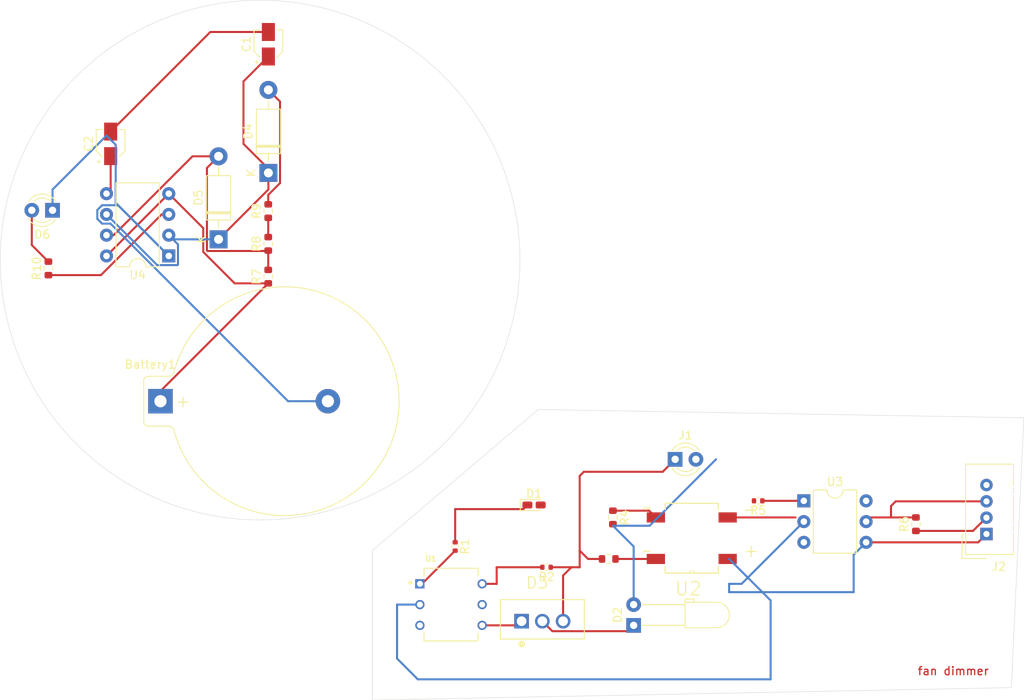
<source format=kicad_pcb>
(kicad_pcb (version 20171130) (host pcbnew "(5.1.10)-1")

  (general
    (thickness 1.6)
    (drawings 8)
    (tracks 114)
    (zones 0)
    (modules 25)
    (nets 25)
  )

  (page A4)
  (layers
    (0 F.Cu signal)
    (31 B.Cu signal)
    (32 B.Adhes user)
    (33 F.Adhes user)
    (34 B.Paste user)
    (35 F.Paste user)
    (36 B.SilkS user)
    (37 F.SilkS user)
    (38 B.Mask user)
    (39 F.Mask user)
    (40 Dwgs.User user)
    (41 Cmts.User user)
    (42 Eco1.User user)
    (43 Eco2.User user)
    (44 Edge.Cuts user)
    (45 Margin user)
    (46 B.CrtYd user)
    (47 F.CrtYd user)
    (48 B.Fab user)
    (49 F.Fab user)
  )

  (setup
    (last_trace_width 0.25)
    (trace_clearance 0.2)
    (zone_clearance 0.508)
    (zone_45_only no)
    (trace_min 0.2)
    (via_size 0.8)
    (via_drill 0.4)
    (via_min_size 0.4)
    (via_min_drill 0.3)
    (uvia_size 0.3)
    (uvia_drill 0.1)
    (uvias_allowed no)
    (uvia_min_size 0.2)
    (uvia_min_drill 0.1)
    (edge_width 0.05)
    (segment_width 0.2)
    (pcb_text_width 0.3)
    (pcb_text_size 1.5 1.5)
    (mod_edge_width 0.12)
    (mod_text_size 1 1)
    (mod_text_width 0.15)
    (pad_size 1.524 1.524)
    (pad_drill 0.762)
    (pad_to_mask_clearance 0)
    (aux_axis_origin 0 0)
    (visible_elements 7FFFFFFF)
    (pcbplotparams
      (layerselection 0x010fc_ffffffff)
      (usegerberextensions true)
      (usegerberattributes true)
      (usegerberadvancedattributes true)
      (creategerberjobfile true)
      (excludeedgelayer true)
      (linewidth 0.100000)
      (plotframeref true)
      (viasonmask false)
      (mode 1)
      (useauxorigin false)
      (hpglpennumber 1)
      (hpglpenspeed 20)
      (hpglpendiameter 15.000000)
      (psnegative false)
      (psa4output false)
      (plotreference true)
      (plotvalue true)
      (plotinvisibletext false)
      (padsonsilk false)
      (subtractmaskfromsilk false)
      (outputformat 1)
      (mirror false)
      (drillshape 0)
      (scaleselection 1)
      (outputdirectory "C:/Users/Ravi/Desktop/Pravallika/my kicad/fan dimmer/gerber/"))
  )

  (net 0 "")
  (net 1 PWM)
  (net 2 "Net-(D1-Pad1)")
  (net 3 "Net-(D2-Pad2)")
  (net 4 "Net-(D2-Pad1)")
  (net 5 "Net-(D3-Pad3)")
  (net 6 "Net-(D3-Pad1)")
  (net 7 "Net-(J2-Pad3)")
  (net 8 "Net-(J2-Pad2)")
  (net 9 GND)
  (net 10 "Net-(R1-Pad2)")
  (net 11 "Net-(R2-Pad2)")
  (net 12 "Net-(R3-Pad1)")
  (net 13 "Net-(R4-Pad1)")
  (net 14 "Net-(R5-Pad2)")
  (net 15 "Net-(R5-Pad1)")
  (net 16 "Net-(U3-Pad6)")
  (net 17 "Net-(U3-Pad3)")
  (net 18 "Net-(Battery1-Pad1)")
  (net 19 "Net-(C1-Pad1)")
  (net 20 "Net-(C2-Pad1)")
  (net 21 "Net-(D4-Pad2)")
  (net 22 "Net-(D5-Pad2)")
  (net 23 "Net-(D6-Pad2)")
  (net 24 "Net-(R8-Pad2)")

  (net_class Default "This is the default net class."
    (clearance 0.2)
    (trace_width 0.25)
    (via_dia 0.8)
    (via_drill 0.4)
    (uvia_dia 0.3)
    (uvia_drill 0.1)
    (add_net GND)
    (add_net "Net-(Battery1-Pad1)")
    (add_net "Net-(C1-Pad1)")
    (add_net "Net-(C2-Pad1)")
    (add_net "Net-(D1-Pad1)")
    (add_net "Net-(D2-Pad1)")
    (add_net "Net-(D2-Pad2)")
    (add_net "Net-(D3-Pad1)")
    (add_net "Net-(D3-Pad3)")
    (add_net "Net-(D4-Pad2)")
    (add_net "Net-(D5-Pad2)")
    (add_net "Net-(D6-Pad2)")
    (add_net "Net-(J2-Pad2)")
    (add_net "Net-(J2-Pad3)")
    (add_net "Net-(R1-Pad2)")
    (add_net "Net-(R2-Pad2)")
    (add_net "Net-(R3-Pad1)")
    (add_net "Net-(R4-Pad1)")
    (add_net "Net-(R5-Pad1)")
    (add_net "Net-(R5-Pad2)")
    (add_net "Net-(R8-Pad2)")
    (add_net "Net-(U3-Pad3)")
    (add_net "Net-(U3-Pad6)")
    (add_net PWM)
  )

  (module Battery:BatteryHolder_Keystone_107_1x23mm (layer F.Cu) (tedit 5787C387) (tstamp 618C3845)
    (at 116.332 62.484)
    (descr http://www.keyelco.com/product-pdf.cfm?p=746)
    (tags "Keystone type 107 battery holder")
    (path /618C1576)
    (fp_text reference Battery1 (at -1.25 -4.5) (layer F.SilkS)
      (effects (font (size 1 1) (thickness 0.15)))
    )
    (fp_text value 9v (at 15 15) (layer F.Fab)
      (effects (font (size 1 1) (thickness 0.15)))
    )
    (fp_line (start 23.7109 -7.8867) (end 25.3392 -9.4388) (layer F.Fab) (width 0.1))
    (fp_line (start 23.7236 7.8613) (end 25.3673 9.3907) (layer F.Fab) (width 0.1))
    (fp_line (start 0 -1.3) (end 0 1.3) (layer F.Fab) (width 0.1))
    (fp_line (start 16.2 -1.3) (end 0 -1.3) (layer F.Fab) (width 0.1))
    (fp_line (start 0 1.3) (end 16.2 1.3) (layer F.Fab) (width 0.1))
    (fp_line (start -1.9 -2.5) (end -1.9 2.5) (layer F.Fab) (width 0.1))
    (fp_line (start -1.5 3.3) (end 0.95 3.3) (layer F.CrtYd) (width 0.05))
    (fp_line (start 0.95 -3.3) (end -1.5 -3.3) (layer F.CrtYd) (width 0.05))
    (fp_line (start -2.3 -2.5) (end -2.3 2.5) (layer F.CrtYd) (width 0.05))
    (fp_line (start -1.5 2.9) (end 0.95 2.9) (layer F.Fab) (width 0.1))
    (fp_line (start 0.95 -2.9) (end -1.5 -2.9) (layer F.Fab) (width 0.1))
    (fp_line (start -2.05 -2.5) (end -2.05 2.5) (layer F.SilkS) (width 0.12))
    (fp_line (start -1.5 3.05) (end 0.95 3.05) (layer F.SilkS) (width 0.12))
    (fp_line (start 0.95 -3.05) (end -1.5 -3.05) (layer F.SilkS) (width 0.12))
    (fp_arc (start -1.5 -2.5) (end -1.9 -2.5) (angle 90) (layer F.Fab) (width 0.1))
    (fp_arc (start -1.5 2.5) (end -2.3 2.5) (angle -90) (layer F.CrtYd) (width 0.05))
    (fp_arc (start 16.2 0) (end 16.2 -1.3) (angle 180) (layer F.Fab) (width 0.1))
    (fp_arc (start 0.95 -3.8) (end 0.95 -3.3) (angle -70) (layer F.CrtYd) (width 0.05))
    (fp_arc (start 15.2 0) (end 3.7 -1.3) (angle 180) (layer F.Fab) (width 0.1))
    (fp_arc (start 15.2 0) (end 9 -1.3) (angle 170) (layer F.Fab) (width 0.1))
    (fp_arc (start 15.2 0) (end 13.3 -1.3) (angle 150) (layer F.Fab) (width 0.1))
    (fp_arc (start 15.2 0) (end 13.3 1.3) (angle -150) (layer F.Fab) (width 0.1))
    (fp_arc (start 15.2 0) (end 9 1.3) (angle -170) (layer F.Fab) (width 0.1))
    (fp_arc (start 15.2 0) (end 3.7 1.3) (angle -180) (layer F.Fab) (width 0.1))
    (fp_arc (start 15.2 0) (end 1.41 -3.6) (angle 165.5) (layer F.CrtYd) (width 0.05))
    (fp_arc (start 15.2 0) (end 1.41 3.6) (angle -165.5) (layer F.CrtYd) (width 0.05))
    (fp_arc (start 0.95 3.8) (end 0.95 3.3) (angle 70) (layer F.CrtYd) (width 0.05))
    (fp_arc (start -1.5 -2.5) (end -2.3 -2.5) (angle 90) (layer F.CrtYd) (width 0.05))
    (fp_arc (start -1.5 2.5) (end -1.9 2.5) (angle -90) (layer F.Fab) (width 0.1))
    (fp_arc (start -1.5 2.5) (end -2.05 2.5) (angle -90) (layer F.SilkS) (width 0.12))
    (fp_arc (start -1.5 -2.5) (end -2.05 -2.5) (angle 90) (layer F.SilkS) (width 0.12))
    (fp_arc (start 0.95 -3.8) (end 0.95 -2.9) (angle -70) (layer F.Fab) (width 0.1))
    (fp_arc (start 0.95 -3.8) (end 0.95 -3.05) (angle -70) (layer F.SilkS) (width 0.12))
    (fp_arc (start 0.95 3.8) (end 0.95 2.9) (angle 70) (layer F.Fab) (width 0.1))
    (fp_arc (start 0.95 3.8) (end 0.95 3.05) (angle 70) (layer F.SilkS) (width 0.12))
    (fp_arc (start 15.2 0) (end 1.8 -3.5) (angle 165.5) (layer F.Fab) (width 0.1))
    (fp_arc (start 15.2 0) (end 1.65 -3.52) (angle 165.5) (layer F.SilkS) (width 0.12))
    (fp_arc (start 15.2 0) (end 1.8 3.5) (angle -165.5) (layer F.Fab) (width 0.1))
    (fp_arc (start 15.2 0) (end 1.65 3.52) (angle -165.5) (layer F.SilkS) (width 0.12))
    (fp_text user %R (at 0 0) (layer F.Fab)
      (effects (font (size 1 1) (thickness 0.15)))
    )
    (fp_text user + (at 2.75 0) (layer F.SilkS)
      (effects (font (size 1.5 1.5) (thickness 0.15)))
    )
    (pad 1 thru_hole rect (at 0 0) (size 3 3) (drill 1.5) (layers *.Cu *.Mask)
      (net 18 "Net-(Battery1-Pad1)"))
    (pad 2 thru_hole circle (at 20.49 0) (size 3 3) (drill 1.5) (layers *.Cu *.Mask)
      (net 9 GND))
    (model ${KISYS3DMOD}/Battery.3dshapes/BatteryHolder_Keystone_107_1x23mm.wrl
      (at (xyz 0 0 0))
      (scale (xyz 1 1 1))
      (rotate (xyz 0 0 0))
    )
  )

  (module Capacitor_SMD:CP_Elec_3x5.3 (layer F.Cu) (tedit 5B303299) (tstamp 618C3893)
    (at 110.236 30.988 90)
    (descr "SMT capacitor, aluminium electrolytic, 3x5.3, Cornell Dubilier Electronics ")
    (tags "Capacitor Electrolytic")
    (path /618E8F7D)
    (attr smd)
    (fp_text reference C2 (at 0 -2.7 90) (layer F.SilkS)
      (effects (font (size 1 1) (thickness 0.15)))
    )
    (fp_text value 10nF (at 0 2.7 90) (layer F.Fab)
      (effects (font (size 1 1) (thickness 0.15)))
    )
    (fp_line (start -2.85 1.05) (end -1.78 1.05) (layer F.CrtYd) (width 0.05))
    (fp_line (start -2.85 -1.05) (end -2.85 1.05) (layer F.CrtYd) (width 0.05))
    (fp_line (start -1.78 -1.05) (end -2.85 -1.05) (layer F.CrtYd) (width 0.05))
    (fp_line (start -1.78 -1.05) (end -0.93 -1.9) (layer F.CrtYd) (width 0.05))
    (fp_line (start -1.78 1.05) (end -0.93 1.9) (layer F.CrtYd) (width 0.05))
    (fp_line (start -0.93 -1.9) (end 1.9 -1.9) (layer F.CrtYd) (width 0.05))
    (fp_line (start -0.93 1.9) (end 1.9 1.9) (layer F.CrtYd) (width 0.05))
    (fp_line (start 1.9 1.05) (end 1.9 1.9) (layer F.CrtYd) (width 0.05))
    (fp_line (start 2.85 1.05) (end 1.9 1.05) (layer F.CrtYd) (width 0.05))
    (fp_line (start 2.85 -1.05) (end 2.85 1.05) (layer F.CrtYd) (width 0.05))
    (fp_line (start 1.9 -1.05) (end 2.85 -1.05) (layer F.CrtYd) (width 0.05))
    (fp_line (start 1.9 -1.9) (end 1.9 -1.05) (layer F.CrtYd) (width 0.05))
    (fp_line (start -2.1875 -1.6225) (end -2.1875 -1.2475) (layer F.SilkS) (width 0.12))
    (fp_line (start -2.375 -1.435) (end -2 -1.435) (layer F.SilkS) (width 0.12))
    (fp_line (start -1.570563 1.06) (end -0.870563 1.76) (layer F.SilkS) (width 0.12))
    (fp_line (start -1.570563 -1.06) (end -0.870563 -1.76) (layer F.SilkS) (width 0.12))
    (fp_line (start -0.870563 1.76) (end 1.76 1.76) (layer F.SilkS) (width 0.12))
    (fp_line (start -0.870563 -1.76) (end 1.76 -1.76) (layer F.SilkS) (width 0.12))
    (fp_line (start 1.76 -1.76) (end 1.76 -1.06) (layer F.SilkS) (width 0.12))
    (fp_line (start 1.76 1.76) (end 1.76 1.06) (layer F.SilkS) (width 0.12))
    (fp_line (start -0.960469 -0.95) (end -0.960469 -0.65) (layer F.Fab) (width 0.1))
    (fp_line (start -1.110469 -0.8) (end -0.810469 -0.8) (layer F.Fab) (width 0.1))
    (fp_line (start -1.65 0.825) (end -0.825 1.65) (layer F.Fab) (width 0.1))
    (fp_line (start -1.65 -0.825) (end -0.825 -1.65) (layer F.Fab) (width 0.1))
    (fp_line (start -1.65 -0.825) (end -1.65 0.825) (layer F.Fab) (width 0.1))
    (fp_line (start -0.825 1.65) (end 1.65 1.65) (layer F.Fab) (width 0.1))
    (fp_line (start -0.825 -1.65) (end 1.65 -1.65) (layer F.Fab) (width 0.1))
    (fp_line (start 1.65 -1.65) (end 1.65 1.65) (layer F.Fab) (width 0.1))
    (fp_circle (center 0 0) (end 1.5 0) (layer F.Fab) (width 0.1))
    (fp_text user %R (at 0 0 90) (layer F.Fab)
      (effects (font (size 0.6 0.6) (thickness 0.09)))
    )
    (pad 2 smd rect (at 1.5 0 90) (size 2.2 1.6) (layers F.Cu F.Paste F.Mask)
      (net 9 GND))
    (pad 1 smd rect (at -1.5 0 90) (size 2.2 1.6) (layers F.Cu F.Paste F.Mask)
      (net 20 "Net-(C2-Pad1)"))
    (model ${KISYS3DMOD}/Capacitor_SMD.3dshapes/CP_Elec_3x5.3.wrl
      (at (xyz 0 0 0))
      (scale (xyz 1 1 1))
      (rotate (xyz 0 0 0))
    )
  )

  (module Capacitor_SMD:CP_Elec_3x5.3 (layer F.Cu) (tedit 5B303299) (tstamp 618C386C)
    (at 129.54 18.796 90)
    (descr "SMT capacitor, aluminium electrolytic, 3x5.3, Cornell Dubilier Electronics ")
    (tags "Capacitor Electrolytic")
    (path /618C4C27)
    (attr smd)
    (fp_text reference C1 (at 0 -2.7 90) (layer F.SilkS)
      (effects (font (size 1 1) (thickness 0.15)))
    )
    (fp_text value 47nF (at 0 2.7 90) (layer F.Fab)
      (effects (font (size 1 1) (thickness 0.15)))
    )
    (fp_line (start -2.85 1.05) (end -1.78 1.05) (layer F.CrtYd) (width 0.05))
    (fp_line (start -2.85 -1.05) (end -2.85 1.05) (layer F.CrtYd) (width 0.05))
    (fp_line (start -1.78 -1.05) (end -2.85 -1.05) (layer F.CrtYd) (width 0.05))
    (fp_line (start -1.78 -1.05) (end -0.93 -1.9) (layer F.CrtYd) (width 0.05))
    (fp_line (start -1.78 1.05) (end -0.93 1.9) (layer F.CrtYd) (width 0.05))
    (fp_line (start -0.93 -1.9) (end 1.9 -1.9) (layer F.CrtYd) (width 0.05))
    (fp_line (start -0.93 1.9) (end 1.9 1.9) (layer F.CrtYd) (width 0.05))
    (fp_line (start 1.9 1.05) (end 1.9 1.9) (layer F.CrtYd) (width 0.05))
    (fp_line (start 2.85 1.05) (end 1.9 1.05) (layer F.CrtYd) (width 0.05))
    (fp_line (start 2.85 -1.05) (end 2.85 1.05) (layer F.CrtYd) (width 0.05))
    (fp_line (start 1.9 -1.05) (end 2.85 -1.05) (layer F.CrtYd) (width 0.05))
    (fp_line (start 1.9 -1.9) (end 1.9 -1.05) (layer F.CrtYd) (width 0.05))
    (fp_line (start -2.1875 -1.6225) (end -2.1875 -1.2475) (layer F.SilkS) (width 0.12))
    (fp_line (start -2.375 -1.435) (end -2 -1.435) (layer F.SilkS) (width 0.12))
    (fp_line (start -1.570563 1.06) (end -0.870563 1.76) (layer F.SilkS) (width 0.12))
    (fp_line (start -1.570563 -1.06) (end -0.870563 -1.76) (layer F.SilkS) (width 0.12))
    (fp_line (start -0.870563 1.76) (end 1.76 1.76) (layer F.SilkS) (width 0.12))
    (fp_line (start -0.870563 -1.76) (end 1.76 -1.76) (layer F.SilkS) (width 0.12))
    (fp_line (start 1.76 -1.76) (end 1.76 -1.06) (layer F.SilkS) (width 0.12))
    (fp_line (start 1.76 1.76) (end 1.76 1.06) (layer F.SilkS) (width 0.12))
    (fp_line (start -0.960469 -0.95) (end -0.960469 -0.65) (layer F.Fab) (width 0.1))
    (fp_line (start -1.110469 -0.8) (end -0.810469 -0.8) (layer F.Fab) (width 0.1))
    (fp_line (start -1.65 0.825) (end -0.825 1.65) (layer F.Fab) (width 0.1))
    (fp_line (start -1.65 -0.825) (end -0.825 -1.65) (layer F.Fab) (width 0.1))
    (fp_line (start -1.65 -0.825) (end -1.65 0.825) (layer F.Fab) (width 0.1))
    (fp_line (start -0.825 1.65) (end 1.65 1.65) (layer F.Fab) (width 0.1))
    (fp_line (start -0.825 -1.65) (end 1.65 -1.65) (layer F.Fab) (width 0.1))
    (fp_line (start 1.65 -1.65) (end 1.65 1.65) (layer F.Fab) (width 0.1))
    (fp_circle (center 0 0) (end 1.5 0) (layer F.Fab) (width 0.1))
    (fp_text user %R (at 0 0 90) (layer F.Fab)
      (effects (font (size 0.6 0.6) (thickness 0.09)))
    )
    (pad 2 smd rect (at 1.5 0 90) (size 2.2 1.6) (layers F.Cu F.Paste F.Mask)
      (net 9 GND))
    (pad 1 smd rect (at -1.5 0 90) (size 2.2 1.6) (layers F.Cu F.Paste F.Mask)
      (net 19 "Net-(C1-Pad1)"))
    (model ${KISYS3DMOD}/Capacitor_SMD.3dshapes/CP_Elec_3x5.3.wrl
      (at (xyz 0 0 0))
      (scale (xyz 1 1 1))
      (rotate (xyz 0 0 0))
    )
  )

  (module Package_DIP:DIP-8_W7.62mm (layer F.Cu) (tedit 5A02E8C5) (tstamp 618C3BAE)
    (at 117.348 44.704 180)
    (descr "8-lead though-hole mounted DIP package, row spacing 7.62 mm (300 mils)")
    (tags "THT DIP DIL PDIP 2.54mm 7.62mm 300mil")
    (path /618CDAEB)
    (fp_text reference U4 (at 3.81 -2.33) (layer F.SilkS)
      (effects (font (size 1 1) (thickness 0.15)))
    )
    (fp_text value LM555xN (at 3.81 9.95) (layer F.Fab)
      (effects (font (size 1 1) (thickness 0.15)))
    )
    (fp_line (start 8.7 -1.55) (end -1.1 -1.55) (layer F.CrtYd) (width 0.05))
    (fp_line (start 8.7 9.15) (end 8.7 -1.55) (layer F.CrtYd) (width 0.05))
    (fp_line (start -1.1 9.15) (end 8.7 9.15) (layer F.CrtYd) (width 0.05))
    (fp_line (start -1.1 -1.55) (end -1.1 9.15) (layer F.CrtYd) (width 0.05))
    (fp_line (start 6.46 -1.33) (end 4.81 -1.33) (layer F.SilkS) (width 0.12))
    (fp_line (start 6.46 8.95) (end 6.46 -1.33) (layer F.SilkS) (width 0.12))
    (fp_line (start 1.16 8.95) (end 6.46 8.95) (layer F.SilkS) (width 0.12))
    (fp_line (start 1.16 -1.33) (end 1.16 8.95) (layer F.SilkS) (width 0.12))
    (fp_line (start 2.81 -1.33) (end 1.16 -1.33) (layer F.SilkS) (width 0.12))
    (fp_line (start 0.635 -0.27) (end 1.635 -1.27) (layer F.Fab) (width 0.1))
    (fp_line (start 0.635 8.89) (end 0.635 -0.27) (layer F.Fab) (width 0.1))
    (fp_line (start 6.985 8.89) (end 0.635 8.89) (layer F.Fab) (width 0.1))
    (fp_line (start 6.985 -1.27) (end 6.985 8.89) (layer F.Fab) (width 0.1))
    (fp_line (start 1.635 -1.27) (end 6.985 -1.27) (layer F.Fab) (width 0.1))
    (fp_text user %R (at 3.81 3.81) (layer F.Fab)
      (effects (font (size 1 1) (thickness 0.15)))
    )
    (fp_arc (start 3.81 -1.33) (end 2.81 -1.33) (angle -180) (layer F.SilkS) (width 0.12))
    (pad 8 thru_hole oval (at 7.62 0 180) (size 1.6 1.6) (drill 0.8) (layers *.Cu *.Mask)
      (net 18 "Net-(Battery1-Pad1)"))
    (pad 4 thru_hole oval (at 0 7.62 180) (size 1.6 1.6) (drill 0.8) (layers *.Cu *.Mask)
      (net 18 "Net-(Battery1-Pad1)"))
    (pad 7 thru_hole oval (at 7.62 2.54 180) (size 1.6 1.6) (drill 0.8) (layers *.Cu *.Mask)
      (net 22 "Net-(D5-Pad2)"))
    (pad 3 thru_hole oval (at 0 5.08 180) (size 1.6 1.6) (drill 0.8) (layers *.Cu *.Mask)
      (net 1 PWM))
    (pad 6 thru_hole oval (at 7.62 5.08 180) (size 1.6 1.6) (drill 0.8) (layers *.Cu *.Mask)
      (net 19 "Net-(C1-Pad1)"))
    (pad 2 thru_hole oval (at 0 2.54 180) (size 1.6 1.6) (drill 0.8) (layers *.Cu *.Mask)
      (net 19 "Net-(C1-Pad1)"))
    (pad 5 thru_hole oval (at 7.62 7.62 180) (size 1.6 1.6) (drill 0.8) (layers *.Cu *.Mask)
      (net 20 "Net-(C2-Pad1)"))
    (pad 1 thru_hole rect (at 0 0 180) (size 1.6 1.6) (drill 0.8) (layers *.Cu *.Mask)
      (net 9 GND))
    (model ${KISYS3DMOD}/Package_DIP.3dshapes/DIP-8_W7.62mm.wrl
      (at (xyz 0 0 0))
      (scale (xyz 1 1 1))
      (rotate (xyz 0 0 0))
    )
  )

  (module Resistor_SMD:R_0603_1608Metric (layer F.Cu) (tedit 5F68FEEE) (tstamp 618C3AD2)
    (at 102.616 46.228 90)
    (descr "Resistor SMD 0603 (1608 Metric), square (rectangular) end terminal, IPC_7351 nominal, (Body size source: IPC-SM-782 page 72, https://www.pcb-3d.com/wordpress/wp-content/uploads/ipc-sm-782a_amendment_1_and_2.pdf), generated with kicad-footprint-generator")
    (tags resistor)
    (path /618D7E60)
    (attr smd)
    (fp_text reference R10 (at 0 -1.43 90) (layer F.SilkS)
      (effects (font (size 1 1) (thickness 0.15)))
    )
    (fp_text value 220 (at 0 1.43 90) (layer F.Fab)
      (effects (font (size 1 1) (thickness 0.15)))
    )
    (fp_line (start 1.48 0.73) (end -1.48 0.73) (layer F.CrtYd) (width 0.05))
    (fp_line (start 1.48 -0.73) (end 1.48 0.73) (layer F.CrtYd) (width 0.05))
    (fp_line (start -1.48 -0.73) (end 1.48 -0.73) (layer F.CrtYd) (width 0.05))
    (fp_line (start -1.48 0.73) (end -1.48 -0.73) (layer F.CrtYd) (width 0.05))
    (fp_line (start -0.237258 0.5225) (end 0.237258 0.5225) (layer F.SilkS) (width 0.12))
    (fp_line (start -0.237258 -0.5225) (end 0.237258 -0.5225) (layer F.SilkS) (width 0.12))
    (fp_line (start 0.8 0.4125) (end -0.8 0.4125) (layer F.Fab) (width 0.1))
    (fp_line (start 0.8 -0.4125) (end 0.8 0.4125) (layer F.Fab) (width 0.1))
    (fp_line (start -0.8 -0.4125) (end 0.8 -0.4125) (layer F.Fab) (width 0.1))
    (fp_line (start -0.8 0.4125) (end -0.8 -0.4125) (layer F.Fab) (width 0.1))
    (fp_text user %R (at 0 0 90) (layer F.Fab)
      (effects (font (size 0.4 0.4) (thickness 0.06)))
    )
    (pad 2 smd roundrect (at 0.825 0 90) (size 0.8 0.95) (layers F.Cu F.Paste F.Mask) (roundrect_rratio 0.25)
      (net 23 "Net-(D6-Pad2)"))
    (pad 1 smd roundrect (at -0.825 0 90) (size 0.8 0.95) (layers F.Cu F.Paste F.Mask) (roundrect_rratio 0.25)
      (net 1 PWM))
    (model ${KISYS3DMOD}/Resistor_SMD.3dshapes/R_0603_1608Metric.wrl
      (at (xyz 0 0 0))
      (scale (xyz 1 1 1))
      (rotate (xyz 0 0 0))
    )
  )

  (module Resistor_SMD:R_0603_1608Metric (layer F.Cu) (tedit 5F68FEEE) (tstamp 618C3AC1)
    (at 129.519827 39.214 90)
    (descr "Resistor SMD 0603 (1608 Metric), square (rectangular) end terminal, IPC_7351 nominal, (Body size source: IPC-SM-782 page 72, https://www.pcb-3d.com/wordpress/wp-content/uploads/ipc-sm-782a_amendment_1_and_2.pdf), generated with kicad-footprint-generator")
    (tags resistor)
    (path /618C3EDE)
    (attr smd)
    (fp_text reference R9 (at 0 -1.43 90) (layer F.SilkS)
      (effects (font (size 1 1) (thickness 0.15)))
    )
    (fp_text value 10k (at 0 1.43 90) (layer F.Fab)
      (effects (font (size 1 1) (thickness 0.15)))
    )
    (fp_line (start 1.48 0.73) (end -1.48 0.73) (layer F.CrtYd) (width 0.05))
    (fp_line (start 1.48 -0.73) (end 1.48 0.73) (layer F.CrtYd) (width 0.05))
    (fp_line (start -1.48 -0.73) (end 1.48 -0.73) (layer F.CrtYd) (width 0.05))
    (fp_line (start -1.48 0.73) (end -1.48 -0.73) (layer F.CrtYd) (width 0.05))
    (fp_line (start -0.237258 0.5225) (end 0.237258 0.5225) (layer F.SilkS) (width 0.12))
    (fp_line (start -0.237258 -0.5225) (end 0.237258 -0.5225) (layer F.SilkS) (width 0.12))
    (fp_line (start 0.8 0.4125) (end -0.8 0.4125) (layer F.Fab) (width 0.1))
    (fp_line (start 0.8 -0.4125) (end 0.8 0.4125) (layer F.Fab) (width 0.1))
    (fp_line (start -0.8 -0.4125) (end 0.8 -0.4125) (layer F.Fab) (width 0.1))
    (fp_line (start -0.8 0.4125) (end -0.8 -0.4125) (layer F.Fab) (width 0.1))
    (fp_text user %R (at 0 0 90) (layer F.Fab)
      (effects (font (size 0.4 0.4) (thickness 0.06)))
    )
    (pad 2 smd roundrect (at 0.825 0 90) (size 0.8 0.95) (layers F.Cu F.Paste F.Mask) (roundrect_rratio 0.25)
      (net 21 "Net-(D4-Pad2)"))
    (pad 1 smd roundrect (at -0.825 0 90) (size 0.8 0.95) (layers F.Cu F.Paste F.Mask) (roundrect_rratio 0.25)
      (net 24 "Net-(R8-Pad2)"))
    (model ${KISYS3DMOD}/Resistor_SMD.3dshapes/R_0603_1608Metric.wrl
      (at (xyz 0 0 0))
      (scale (xyz 1 1 1))
      (rotate (xyz 0 0 0))
    )
  )

  (module Resistor_SMD:R_0603_1608Metric (layer F.Cu) (tedit 5F68FEEE) (tstamp 618C3AB0)
    (at 129.519827 43.224 90)
    (descr "Resistor SMD 0603 (1608 Metric), square (rectangular) end terminal, IPC_7351 nominal, (Body size source: IPC-SM-782 page 72, https://www.pcb-3d.com/wordpress/wp-content/uploads/ipc-sm-782a_amendment_1_and_2.pdf), generated with kicad-footprint-generator")
    (tags resistor)
    (path /618C39F6)
    (attr smd)
    (fp_text reference R8 (at 0 -1.43 90) (layer F.SilkS)
      (effects (font (size 1 1) (thickness 0.15)))
    )
    (fp_text value 100k (at 0 1.43 90) (layer F.Fab)
      (effects (font (size 1 1) (thickness 0.15)))
    )
    (fp_line (start 1.48 0.73) (end -1.48 0.73) (layer F.CrtYd) (width 0.05))
    (fp_line (start 1.48 -0.73) (end 1.48 0.73) (layer F.CrtYd) (width 0.05))
    (fp_line (start -1.48 -0.73) (end 1.48 -0.73) (layer F.CrtYd) (width 0.05))
    (fp_line (start -1.48 0.73) (end -1.48 -0.73) (layer F.CrtYd) (width 0.05))
    (fp_line (start -0.237258 0.5225) (end 0.237258 0.5225) (layer F.SilkS) (width 0.12))
    (fp_line (start -0.237258 -0.5225) (end 0.237258 -0.5225) (layer F.SilkS) (width 0.12))
    (fp_line (start 0.8 0.4125) (end -0.8 0.4125) (layer F.Fab) (width 0.1))
    (fp_line (start 0.8 -0.4125) (end 0.8 0.4125) (layer F.Fab) (width 0.1))
    (fp_line (start -0.8 -0.4125) (end 0.8 -0.4125) (layer F.Fab) (width 0.1))
    (fp_line (start -0.8 0.4125) (end -0.8 -0.4125) (layer F.Fab) (width 0.1))
    (fp_text user %R (at 0 0 90) (layer F.Fab)
      (effects (font (size 0.4 0.4) (thickness 0.06)))
    )
    (pad 2 smd roundrect (at 0.825 0 90) (size 0.8 0.95) (layers F.Cu F.Paste F.Mask) (roundrect_rratio 0.25)
      (net 24 "Net-(R8-Pad2)"))
    (pad 1 smd roundrect (at -0.825 0 90) (size 0.8 0.95) (layers F.Cu F.Paste F.Mask) (roundrect_rratio 0.25)
      (net 22 "Net-(D5-Pad2)"))
    (model ${KISYS3DMOD}/Resistor_SMD.3dshapes/R_0603_1608Metric.wrl
      (at (xyz 0 0 0))
      (scale (xyz 1 1 1))
      (rotate (xyz 0 0 0))
    )
  )

  (module Resistor_SMD:R_0603_1608Metric (layer F.Cu) (tedit 5F68FEEE) (tstamp 618C3A9F)
    (at 129.519827 47.234 90)
    (descr "Resistor SMD 0603 (1608 Metric), square (rectangular) end terminal, IPC_7351 nominal, (Body size source: IPC-SM-782 page 72, https://www.pcb-3d.com/wordpress/wp-content/uploads/ipc-sm-782a_amendment_1_and_2.pdf), generated with kicad-footprint-generator")
    (tags resistor)
    (path /618C33A4)
    (attr smd)
    (fp_text reference R7 (at 0 -1.43 90) (layer F.SilkS)
      (effects (font (size 1 1) (thickness 0.15)))
    )
    (fp_text value 10k (at 0 1.43 90) (layer F.Fab)
      (effects (font (size 1 1) (thickness 0.15)))
    )
    (fp_line (start 1.48 0.73) (end -1.48 0.73) (layer F.CrtYd) (width 0.05))
    (fp_line (start 1.48 -0.73) (end 1.48 0.73) (layer F.CrtYd) (width 0.05))
    (fp_line (start -1.48 -0.73) (end 1.48 -0.73) (layer F.CrtYd) (width 0.05))
    (fp_line (start -1.48 0.73) (end -1.48 -0.73) (layer F.CrtYd) (width 0.05))
    (fp_line (start -0.237258 0.5225) (end 0.237258 0.5225) (layer F.SilkS) (width 0.12))
    (fp_line (start -0.237258 -0.5225) (end 0.237258 -0.5225) (layer F.SilkS) (width 0.12))
    (fp_line (start 0.8 0.4125) (end -0.8 0.4125) (layer F.Fab) (width 0.1))
    (fp_line (start 0.8 -0.4125) (end 0.8 0.4125) (layer F.Fab) (width 0.1))
    (fp_line (start -0.8 -0.4125) (end 0.8 -0.4125) (layer F.Fab) (width 0.1))
    (fp_line (start -0.8 0.4125) (end -0.8 -0.4125) (layer F.Fab) (width 0.1))
    (fp_text user %R (at 0 0 90) (layer F.Fab)
      (effects (font (size 0.4 0.4) (thickness 0.06)))
    )
    (pad 2 smd roundrect (at 0.825 0 90) (size 0.8 0.95) (layers F.Cu F.Paste F.Mask) (roundrect_rratio 0.25)
      (net 22 "Net-(D5-Pad2)"))
    (pad 1 smd roundrect (at -0.825 0 90) (size 0.8 0.95) (layers F.Cu F.Paste F.Mask) (roundrect_rratio 0.25)
      (net 18 "Net-(Battery1-Pad1)"))
    (model ${KISYS3DMOD}/Resistor_SMD.3dshapes/R_0603_1608Metric.wrl
      (at (xyz 0 0 0))
      (scale (xyz 1 1 1))
      (rotate (xyz 0 0 0))
    )
  )

  (module LED_THT:LED_D3.0mm_Clear (layer F.Cu) (tedit 5A6C9BC0) (tstamp 618ADFB2)
    (at 179.324 69.596)
    (descr "IR-LED, diameter 3.0mm, 2 pins, color: clear")
    (tags "IR infrared LED diameter 3.0mm 2 pins clear")
    (path /618A9D94)
    (fp_text reference J1 (at 1.27 -2.96) (layer F.SilkS)
      (effects (font (size 1 1) (thickness 0.15)))
    )
    (fp_text value Conn_01x02_Male (at 1.27 2.96) (layer F.Fab)
      (effects (font (size 1 1) (thickness 0.15)))
    )
    (fp_circle (center 1.27 0) (end 2.77 0) (layer F.Fab) (width 0.1))
    (fp_line (start 3.7 -2.25) (end -1.15 -2.25) (layer F.CrtYd) (width 0.05))
    (fp_line (start 3.7 2.25) (end 3.7 -2.25) (layer F.CrtYd) (width 0.05))
    (fp_line (start -1.15 2.25) (end 3.7 2.25) (layer F.CrtYd) (width 0.05))
    (fp_line (start -1.15 -2.25) (end -1.15 2.25) (layer F.CrtYd) (width 0.05))
    (fp_line (start -0.29 1.08) (end -0.29 1.236) (layer F.SilkS) (width 0.12))
    (fp_line (start -0.29 -1.236) (end -0.29 -1.08) (layer F.SilkS) (width 0.12))
    (fp_line (start -0.23 -1.16619) (end -0.23 1.16619) (layer F.Fab) (width 0.1))
    (fp_arc (start 1.27 0) (end 0.229039 1.08) (angle -87.9) (layer F.SilkS) (width 0.12))
    (fp_arc (start 1.27 0) (end 0.229039 -1.08) (angle 87.9) (layer F.SilkS) (width 0.12))
    (fp_arc (start 1.27 0) (end -0.29 1.235516) (angle -108.8) (layer F.SilkS) (width 0.12))
    (fp_arc (start 1.27 0) (end -0.29 -1.235516) (angle 108.8) (layer F.SilkS) (width 0.12))
    (fp_arc (start 1.27 0) (end -0.23 -1.16619) (angle 284.3) (layer F.Fab) (width 0.1))
    (fp_text user %R (at 1.47 0) (layer F.Fab)
      (effects (font (size 0.8 0.8) (thickness 0.12)))
    )
    (pad 2 thru_hole circle (at 2.54 0) (size 1.8 1.8) (drill 0.9) (layers *.Cu *.Mask)
      (net 3 "Net-(D2-Pad2)"))
    (pad 1 thru_hole rect (at 0 0) (size 1.8 1.8) (drill 0.9) (layers *.Cu *.Mask)
      (net 5 "Net-(D3-Pad3)"))
    (model ${KISYS3DMOD}/LED_THT.3dshapes/LED_D3.0mm_Clear.wrl
      (at (xyz 0 0 0))
      (scale (xyz 1 1 1))
      (rotate (xyz 0 0 0))
    )
  )

  (module LED_THT:LED_D3.0mm_Clear (layer F.Cu) (tedit 5A6C9BC0) (tstamp 618C3983)
    (at 103.124 39.116 180)
    (descr "IR-LED, diameter 3.0mm, 2 pins, color: clear")
    (tags "IR infrared LED diameter 3.0mm 2 pins clear")
    (path /618D87C9)
    (fp_text reference D6 (at 1.27 -2.96) (layer F.SilkS)
      (effects (font (size 1 1) (thickness 0.15)))
    )
    (fp_text value LED (at 1.27 2.96) (layer F.Fab)
      (effects (font (size 1 1) (thickness 0.15)))
    )
    (fp_circle (center 1.27 0) (end 2.77 0) (layer F.Fab) (width 0.1))
    (fp_line (start 3.7 -2.25) (end -1.15 -2.25) (layer F.CrtYd) (width 0.05))
    (fp_line (start 3.7 2.25) (end 3.7 -2.25) (layer F.CrtYd) (width 0.05))
    (fp_line (start -1.15 2.25) (end 3.7 2.25) (layer F.CrtYd) (width 0.05))
    (fp_line (start -1.15 -2.25) (end -1.15 2.25) (layer F.CrtYd) (width 0.05))
    (fp_line (start -0.29 1.08) (end -0.29 1.236) (layer F.SilkS) (width 0.12))
    (fp_line (start -0.29 -1.236) (end -0.29 -1.08) (layer F.SilkS) (width 0.12))
    (fp_line (start -0.23 -1.16619) (end -0.23 1.16619) (layer F.Fab) (width 0.1))
    (fp_arc (start 1.27 0) (end 0.229039 1.08) (angle -87.9) (layer F.SilkS) (width 0.12))
    (fp_arc (start 1.27 0) (end 0.229039 -1.08) (angle 87.9) (layer F.SilkS) (width 0.12))
    (fp_arc (start 1.27 0) (end -0.29 1.235516) (angle -108.8) (layer F.SilkS) (width 0.12))
    (fp_arc (start 1.27 0) (end -0.29 -1.235516) (angle 108.8) (layer F.SilkS) (width 0.12))
    (fp_arc (start 1.27 0) (end -0.23 -1.16619) (angle 284.3) (layer F.Fab) (width 0.1))
    (fp_text user %R (at 1.47 0) (layer F.Fab)
      (effects (font (size 0.8 0.8) (thickness 0.12)))
    )
    (pad 2 thru_hole circle (at 2.54 0 180) (size 1.8 1.8) (drill 0.9) (layers *.Cu *.Mask)
      (net 23 "Net-(D6-Pad2)"))
    (pad 1 thru_hole rect (at 0 0 180) (size 1.8 1.8) (drill 0.9) (layers *.Cu *.Mask)
      (net 9 GND))
    (model ${KISYS3DMOD}/LED_THT.3dshapes/LED_D3.0mm_Clear.wrl
      (at (xyz 0 0 0))
      (scale (xyz 1 1 1))
      (rotate (xyz 0 0 0))
    )
  )

  (module Diode_THT:D_DO-41_SOD81_P10.16mm_Horizontal (layer F.Cu) (tedit 5AE50CD5) (tstamp 618C396F)
    (at 123.444 42.672 90)
    (descr "Diode, DO-41_SOD81 series, Axial, Horizontal, pin pitch=10.16mm, , length*diameter=5.2*2.7mm^2, , http://www.diodes.com/_files/packages/DO-41%20(Plastic).pdf")
    (tags "Diode DO-41_SOD81 series Axial Horizontal pin pitch 10.16mm  length 5.2mm diameter 2.7mm")
    (path /61905D92)
    (fp_text reference D5 (at 5.08 -2.47 90) (layer F.SilkS)
      (effects (font (size 1 1) (thickness 0.15)))
    )
    (fp_text value 1N4007 (at 5.08 2.47 90) (layer F.Fab)
      (effects (font (size 1 1) (thickness 0.15)))
    )
    (fp_line (start 11.51 -1.6) (end -1.35 -1.6) (layer F.CrtYd) (width 0.05))
    (fp_line (start 11.51 1.6) (end 11.51 -1.6) (layer F.CrtYd) (width 0.05))
    (fp_line (start -1.35 1.6) (end 11.51 1.6) (layer F.CrtYd) (width 0.05))
    (fp_line (start -1.35 -1.6) (end -1.35 1.6) (layer F.CrtYd) (width 0.05))
    (fp_line (start 3.14 -1.47) (end 3.14 1.47) (layer F.SilkS) (width 0.12))
    (fp_line (start 3.38 -1.47) (end 3.38 1.47) (layer F.SilkS) (width 0.12))
    (fp_line (start 3.26 -1.47) (end 3.26 1.47) (layer F.SilkS) (width 0.12))
    (fp_line (start 8.82 0) (end 7.8 0) (layer F.SilkS) (width 0.12))
    (fp_line (start 1.34 0) (end 2.36 0) (layer F.SilkS) (width 0.12))
    (fp_line (start 7.8 -1.47) (end 2.36 -1.47) (layer F.SilkS) (width 0.12))
    (fp_line (start 7.8 1.47) (end 7.8 -1.47) (layer F.SilkS) (width 0.12))
    (fp_line (start 2.36 1.47) (end 7.8 1.47) (layer F.SilkS) (width 0.12))
    (fp_line (start 2.36 -1.47) (end 2.36 1.47) (layer F.SilkS) (width 0.12))
    (fp_line (start 3.16 -1.35) (end 3.16 1.35) (layer F.Fab) (width 0.1))
    (fp_line (start 3.36 -1.35) (end 3.36 1.35) (layer F.Fab) (width 0.1))
    (fp_line (start 3.26 -1.35) (end 3.26 1.35) (layer F.Fab) (width 0.1))
    (fp_line (start 10.16 0) (end 7.68 0) (layer F.Fab) (width 0.1))
    (fp_line (start 0 0) (end 2.48 0) (layer F.Fab) (width 0.1))
    (fp_line (start 7.68 -1.35) (end 2.48 -1.35) (layer F.Fab) (width 0.1))
    (fp_line (start 7.68 1.35) (end 7.68 -1.35) (layer F.Fab) (width 0.1))
    (fp_line (start 2.48 1.35) (end 7.68 1.35) (layer F.Fab) (width 0.1))
    (fp_line (start 2.48 -1.35) (end 2.48 1.35) (layer F.Fab) (width 0.1))
    (fp_text user K (at 0 -2.1 90) (layer F.SilkS)
      (effects (font (size 1 1) (thickness 0.15)))
    )
    (fp_text user K (at 0 -2.1 90) (layer F.Fab)
      (effects (font (size 1 1) (thickness 0.15)))
    )
    (fp_text user %R (at 5.47 0 90) (layer F.Fab)
      (effects (font (size 1 1) (thickness 0.15)))
    )
    (pad 2 thru_hole oval (at 10.16 0 90) (size 2.2 2.2) (drill 1.1) (layers *.Cu *.Mask)
      (net 22 "Net-(D5-Pad2)"))
    (pad 1 thru_hole rect (at 0 0 90) (size 2.2 2.2) (drill 1.1) (layers *.Cu *.Mask)
      (net 19 "Net-(C1-Pad1)"))
    (model ${KISYS3DMOD}/Diode_THT.3dshapes/D_DO-41_SOD81_P10.16mm_Horizontal.wrl
      (at (xyz 0 0 0))
      (scale (xyz 1 1 1))
      (rotate (xyz 0 0 0))
    )
  )

  (module Diode_THT:D_DO-41_SOD81_P10.16mm_Horizontal (layer F.Cu) (tedit 5AE50CD5) (tstamp 618C3950)
    (at 129.54 34.544 90)
    (descr "Diode, DO-41_SOD81 series, Axial, Horizontal, pin pitch=10.16mm, , length*diameter=5.2*2.7mm^2, , http://www.diodes.com/_files/packages/DO-41%20(Plastic).pdf")
    (tags "Diode DO-41_SOD81 series Axial Horizontal pin pitch 10.16mm  length 5.2mm diameter 2.7mm")
    (path /61906D49)
    (fp_text reference D4 (at 5.08 -2.47 90) (layer F.SilkS)
      (effects (font (size 1 1) (thickness 0.15)))
    )
    (fp_text value 1N4007 (at 5.08 2.47 90) (layer F.Fab)
      (effects (font (size 1 1) (thickness 0.15)))
    )
    (fp_line (start 11.51 -1.6) (end -1.35 -1.6) (layer F.CrtYd) (width 0.05))
    (fp_line (start 11.51 1.6) (end 11.51 -1.6) (layer F.CrtYd) (width 0.05))
    (fp_line (start -1.35 1.6) (end 11.51 1.6) (layer F.CrtYd) (width 0.05))
    (fp_line (start -1.35 -1.6) (end -1.35 1.6) (layer F.CrtYd) (width 0.05))
    (fp_line (start 3.14 -1.47) (end 3.14 1.47) (layer F.SilkS) (width 0.12))
    (fp_line (start 3.38 -1.47) (end 3.38 1.47) (layer F.SilkS) (width 0.12))
    (fp_line (start 3.26 -1.47) (end 3.26 1.47) (layer F.SilkS) (width 0.12))
    (fp_line (start 8.82 0) (end 7.8 0) (layer F.SilkS) (width 0.12))
    (fp_line (start 1.34 0) (end 2.36 0) (layer F.SilkS) (width 0.12))
    (fp_line (start 7.8 -1.47) (end 2.36 -1.47) (layer F.SilkS) (width 0.12))
    (fp_line (start 7.8 1.47) (end 7.8 -1.47) (layer F.SilkS) (width 0.12))
    (fp_line (start 2.36 1.47) (end 7.8 1.47) (layer F.SilkS) (width 0.12))
    (fp_line (start 2.36 -1.47) (end 2.36 1.47) (layer F.SilkS) (width 0.12))
    (fp_line (start 3.16 -1.35) (end 3.16 1.35) (layer F.Fab) (width 0.1))
    (fp_line (start 3.36 -1.35) (end 3.36 1.35) (layer F.Fab) (width 0.1))
    (fp_line (start 3.26 -1.35) (end 3.26 1.35) (layer F.Fab) (width 0.1))
    (fp_line (start 10.16 0) (end 7.68 0) (layer F.Fab) (width 0.1))
    (fp_line (start 0 0) (end 2.48 0) (layer F.Fab) (width 0.1))
    (fp_line (start 7.68 -1.35) (end 2.48 -1.35) (layer F.Fab) (width 0.1))
    (fp_line (start 7.68 1.35) (end 7.68 -1.35) (layer F.Fab) (width 0.1))
    (fp_line (start 2.48 1.35) (end 7.68 1.35) (layer F.Fab) (width 0.1))
    (fp_line (start 2.48 -1.35) (end 2.48 1.35) (layer F.Fab) (width 0.1))
    (fp_text user K (at 0 -2.1 90) (layer F.SilkS)
      (effects (font (size 1 1) (thickness 0.15)))
    )
    (fp_text user K (at 0 -2.1 90) (layer F.Fab)
      (effects (font (size 1 1) (thickness 0.15)))
    )
    (fp_text user %R (at 5.47 0 90) (layer F.Fab)
      (effects (font (size 1 1) (thickness 0.15)))
    )
    (pad 2 thru_hole oval (at 10.16 0 90) (size 2.2 2.2) (drill 1.1) (layers *.Cu *.Mask)
      (net 21 "Net-(D4-Pad2)"))
    (pad 1 thru_hole rect (at 0 0 90) (size 2.2 2.2) (drill 1.1) (layers *.Cu *.Mask)
      (net 19 "Net-(C1-Pad1)"))
    (model ${KISYS3DMOD}/Diode_THT.3dshapes/D_DO-41_SOD81_P10.16mm_Horizontal.wrl
      (at (xyz 0 0 0))
      (scale (xyz 1 1 1))
      (rotate (xyz 0 0 0))
    )
  )

  (module DF10S:SOT508P985X260-4N (layer F.Cu) (tedit 6189F751) (tstamp 618AE07E)
    (at 181.356 79.248 180)
    (path /61964080)
    (fp_text reference U2 (at 0.43217 -6.17761) (layer F.SilkS)
      (effects (font (size 1.641433 1.641433) (thickness 0.15)))
    )
    (fp_text value DF10S (at 12.37479 6.25092) (layer F.Fab)
      (effects (font (size 1.640661 1.640661) (thickness 0.15)))
    )
    (fp_line (start 3.2512 -3.5052) (end 3.2512 -4.2672) (layer F.SilkS) (width 0.1524))
    (fp_line (start -3.2512 3.5052) (end -3.2512 4.2672) (layer F.SilkS) (width 0.1524))
    (fp_line (start -3.2512 -4.2672) (end -3.2512 -3.5052) (layer F.SilkS) (width 0.1524))
    (fp_line (start -0.3048 -4.2672) (end -3.2512 -4.2672) (layer F.SilkS) (width 0.1524))
    (fp_line (start 0.3048 -4.2672) (end -0.3048 -4.2672) (layer F.SilkS) (width 0.1524))
    (fp_line (start 3.2512 -4.2672) (end 0.3048 -4.2672) (layer F.SilkS) (width 0.1524))
    (fp_line (start 3.2512 4.2672) (end 3.2512 3.5052) (layer F.SilkS) (width 0.1524))
    (fp_line (start -3.2512 4.2672) (end 3.2512 4.2672) (layer F.SilkS) (width 0.1524))
    (fp_line (start -3.2512 -4.2672) (end -3.2512 4.2672) (layer F.Fab) (width 0.1524))
    (fp_line (start -0.3048 -4.2672) (end -3.2512 -4.2672) (layer F.Fab) (width 0.1524))
    (fp_line (start 0.3048 -4.2672) (end -0.3048 -4.2672) (layer F.Fab) (width 0.1524))
    (fp_line (start 3.2512 -4.2672) (end 0.3048 -4.2672) (layer F.Fab) (width 0.1524))
    (fp_line (start 3.2512 4.2672) (end 3.2512 -4.2672) (layer F.Fab) (width 0.1524))
    (fp_line (start -3.2512 4.2672) (end 3.2512 4.2672) (layer F.Fab) (width 0.1524))
    (fp_line (start 5.1562 -3.1496) (end 3.2512 -3.1496) (layer F.Fab) (width 0.1524))
    (fp_line (start 5.1562 -1.9304) (end 5.1562 -3.1496) (layer F.Fab) (width 0.1524))
    (fp_line (start 3.2512 -1.9304) (end 5.1562 -1.9304) (layer F.Fab) (width 0.1524))
    (fp_line (start 3.2512 -3.1496) (end 3.2512 -1.9304) (layer F.Fab) (width 0.1524))
    (fp_line (start 5.1562 1.9304) (end 3.2512 1.9304) (layer F.Fab) (width 0.1524))
    (fp_line (start 5.1562 3.1496) (end 5.1562 1.9304) (layer F.Fab) (width 0.1524))
    (fp_line (start 3.2512 3.1496) (end 5.1562 3.1496) (layer F.Fab) (width 0.1524))
    (fp_line (start 3.2512 1.9304) (end 3.2512 3.1496) (layer F.Fab) (width 0.1524))
    (fp_line (start -5.1562 3.1496) (end -3.2512 3.1496) (layer F.Fab) (width 0.1524))
    (fp_line (start -5.1562 1.9304) (end -5.1562 3.1496) (layer F.Fab) (width 0.1524))
    (fp_line (start -3.2512 1.9304) (end -5.1562 1.9304) (layer F.Fab) (width 0.1524))
    (fp_line (start -3.2512 3.1496) (end -3.2512 1.9304) (layer F.Fab) (width 0.1524))
    (fp_line (start -5.1562 -1.9304) (end -3.2512 -1.9304) (layer F.Fab) (width 0.1524))
    (fp_line (start -5.1562 -3.1496) (end -5.1562 -1.9304) (layer F.Fab) (width 0.1524))
    (fp_line (start -3.2512 -3.1496) (end -5.1562 -3.1496) (layer F.Fab) (width 0.1524))
    (fp_line (start -3.2512 -1.9304) (end -3.2512 -3.1496) (layer F.Fab) (width 0.1524))
    (fp_text user + (at -7.26824 -1.49939) (layer F.SilkS)
      (effects (font (size 1.640866 1.640866) (thickness 0.15)))
    )
    (fp_text user - (at -7.19754 3.56062) (layer F.SilkS)
      (effects (font (size 1.642134 1.642134) (thickness 0.15)))
    )
    (fp_text user ~ (at 5.47117 -1.55228) (layer F.SilkS)
      (effects (font (size 1.643055 1.643055) (thickness 0.15)))
    )
    (fp_text user ~ (at 5.46892 3.73922) (layer F.SilkS)
      (effects (font (size 1.642378 1.642378) (thickness 0.15)))
    )
    (fp_arc (start 0 -4.2672) (end -0.3048 -4.2672) (angle -180) (layer F.SilkS) (width 0.1))
    (fp_text user + (at -7.26961 -1.44884) (layer F.Fab)
      (effects (font (size 1.641173 1.641173) (thickness 0.15)))
    )
    (fp_text user - (at -7.19696 3.58576) (layer F.Fab)
      (effects (font (size 1.642 1.642) (thickness 0.15)))
    )
    (fp_text user ~ (at 5.46364 -1.60097) (layer F.Fab)
      (effects (font (size 1.640795 1.640795) (thickness 0.15)))
    )
    (fp_text user ~ (at 5.47165 3.76653) (layer F.Fab)
      (effects (font (size 1.643197 1.643197) (thickness 0.15)))
    )
    (fp_arc (start 0 -4.2672) (end -0.3048 -4.2672) (angle -180) (layer F.Fab) (width 0.1))
    (pad 4 smd rect (at 4.3942 -2.54 180) (size 2.2352 1.2446) (layers F.Cu F.Paste F.Mask)
      (net 12 "Net-(R3-Pad1)"))
    (pad 3 smd rect (at 4.3942 2.54 180) (size 2.2352 1.2446) (layers F.Cu F.Paste F.Mask)
      (net 13 "Net-(R4-Pad1)"))
    (pad 2 smd rect (at -4.3942 2.54 180) (size 2.2352 1.2446) (layers F.Cu F.Paste F.Mask)
      (net 14 "Net-(R5-Pad2)"))
    (pad 1 smd rect (at -4.3942 -2.54 180) (size 2.2352 1.2446) (layers F.Cu F.Paste F.Mask)
      (net 9 GND))
    (model "C:/Program Files/KiCad/share/kicad/modules/Package_SIP.pretty/SIP9_Housing.kicad_mod"
      (at (xyz 0 0 0))
      (scale (xyz 1 1 1))
      (rotate (xyz 0 0 0))
    )
    (model "C:/Program Files/KiCad/share/kicad/modules/Symbol.pretty/ESD-Logo_8.9x8mm_SilkScreen.kicad_mod"
      (at (xyz 0 0 0))
      (scale (xyz 1 1 1))
      (rotate (xyz 0 0 0))
    )
    (model ${KISYS3DMOD}/Package_TO_SOT_SMD.3dshapes/Analog_KS-4.step
      (at (xyz 0 0 0))
      (scale (xyz 4.1 3.8 3.6))
      (rotate (xyz 0 0 0))
    )
  )

  (module MOC3021:DIP762W45P254L889H508Q6 (layer F.Cu) (tedit 6189FB47) (tstamp 618AE04E)
    (at 151.892 87.376)
    (path /6196E4F6)
    (fp_text reference U1 (at -2.469425 -5.609645) (layer F.SilkS)
      (effects (font (size 0.64037 0.64037) (thickness 0.15)))
    )
    (fp_text value MOC3021 (at 4.748276 5.394818) (layer F.Fab)
      (effects (font (size 0.640145 0.640145) (thickness 0.15)))
    )
    (fp_circle (center -5 -2.7) (end -4.88 -2.7) (layer F.SilkS) (width 0.24))
    (fp_line (start 3.3 4.45) (end 3.3 3.5) (layer F.SilkS) (width 0.127))
    (fp_line (start -3.3 4.45) (end 3.3 4.45) (layer F.SilkS) (width 0.127))
    (fp_line (start -3.3 3.5) (end -3.3 4.45) (layer F.SilkS) (width 0.127))
    (fp_line (start 3.3 -4.45) (end 3.3 -3.5) (layer F.SilkS) (width 0.127))
    (fp_line (start -3.3 -4.45) (end 3.3 -4.45) (layer F.SilkS) (width 0.127))
    (fp_line (start -3.3 -3.5) (end -3.3 -4.45) (layer F.SilkS) (width 0.127))
    (fp_line (start 4.63 4.7) (end -4.63 4.7) (layer F.CrtYd) (width 0.05))
    (fp_line (start 4.63 -4.7) (end 4.63 4.7) (layer F.CrtYd) (width 0.05))
    (fp_line (start -4.63 -4.7) (end 4.63 -4.7) (layer F.CrtYd) (width 0.05))
    (fp_line (start -4.63 4.7) (end -4.63 -4.7) (layer F.CrtYd) (width 0.05))
    (fp_line (start 3.3 4.45) (end -3.3 4.45) (layer F.Fab) (width 0.127))
    (fp_line (start 3.3 -4.45) (end 3.3 4.45) (layer F.Fab) (width 0.127))
    (fp_line (start -3.3 -4.45) (end 3.3 -4.45) (layer F.Fab) (width 0.127))
    (fp_line (start -3.3 4.45) (end -3.3 -4.45) (layer F.Fab) (width 0.127))
    (pad 6 thru_hole circle (at 3.81 -2.54) (size 1.13 1.13) (drill 0.73) (layers *.Cu *.Mask)
      (net 11 "Net-(R2-Pad2)"))
    (pad 5 thru_hole circle (at 3.81 0) (size 1.13 1.13) (drill 0.73) (layers *.Cu *.Mask))
    (pad 4 thru_hole circle (at 3.81 2.54) (size 1.13 1.13) (drill 0.73) (layers *.Cu *.Mask)
      (net 6 "Net-(D3-Pad1)"))
    (pad 3 thru_hole circle (at -3.81 2.54) (size 1.13 1.13) (drill 0.73) (layers *.Cu *.Mask))
    (pad 2 thru_hole circle (at -3.81 0) (size 1.13 1.13) (drill 0.73) (layers *.Cu *.Mask)
      (net 9 GND))
    (pad 1 thru_hole rect (at -3.81 -2.54) (size 1.13 1.13) (drill 0.73) (layers *.Cu *.Mask)
      (net 10 "Net-(R1-Pad2)"))
    (model ${KISYS3DMOD}/Package_TO_SOT_SMD.3dshapes/HVSOF6.step
      (at (xyz 0 0 0))
      (scale (xyz 2.5 4.8 4.4))
      (rotate (xyz 0 0 0))
    )
  )

  (module BTA16-600CW3G:TO254P1028X482X1968-3 (layer F.Cu) (tedit 6189ECCF) (tstamp 618ADF97)
    (at 160.528 89.408)
    (path /61950D29)
    (fp_text reference D3 (at 1.905 -4.699) (layer F.SilkS)
      (effects (font (size 1.4 1.4) (thickness 0.15)))
    )
    (fp_text value BTA16-600CW3G (at 16.129 4.191) (layer F.Fab)
      (effects (font (size 1.4 1.4) (thickness 0.15)))
    )
    (fp_circle (center 0 2.8) (end 0.1 2.8) (layer F.Fab) (width 0.3))
    (fp_circle (center 0 2.8) (end 0.1 2.8) (layer F.SilkS) (width 0.3))
    (fp_line (start -2.85 2.427) (end -2.85 -2.893) (layer F.CrtYd) (width 0.05))
    (fp_line (start 7.93 2.427) (end -2.85 2.427) (layer F.CrtYd) (width 0.05))
    (fp_line (start 7.93 -2.893) (end 7.93 2.427) (layer F.CrtYd) (width 0.05))
    (fp_line (start -2.85 -2.893) (end 7.93 -2.893) (layer F.CrtYd) (width 0.05))
    (fp_line (start 7.68 -2.64) (end 7.68 2.18) (layer F.SilkS) (width 0.127))
    (fp_line (start 7.68 2.18) (end -2.6 2.18) (layer F.SilkS) (width 0.127))
    (fp_line (start -2.6 2.18) (end -2.6 -2.64) (layer F.SilkS) (width 0.127))
    (fp_line (start -2.6 -2.64) (end 7.68 -2.64) (layer F.SilkS) (width 0.127))
    (fp_line (start -2.6 2.18) (end -2.6 -2.64) (layer F.Fab) (width 0.127))
    (fp_line (start 7.68 2.18) (end -2.6 2.18) (layer F.Fab) (width 0.127))
    (fp_line (start 7.68 -2.64) (end 7.68 2.18) (layer F.Fab) (width 0.127))
    (fp_line (start -2.6 -2.64) (end 7.68 -2.64) (layer F.Fab) (width 0.127))
    (pad 3 thru_hole circle (at 5.08 0) (size 1.79 1.79) (drill 1.19) (layers *.Cu *.Mask)
      (net 5 "Net-(D3-Pad3)"))
    (pad 2 thru_hole circle (at 2.54 0) (size 1.79 1.79) (drill 1.19) (layers *.Cu *.Mask)
      (net 4 "Net-(D2-Pad1)"))
    (pad 1 thru_hole rect (at 0 0) (size 1.79 1.79) (drill 1.19) (layers *.Cu *.Mask)
      (net 6 "Net-(D3-Pad1)"))
    (model ${KISYS3DMOD}/Diode_THT.3dshapes/D_DO-201_P12.70mm_Horizontal.wrl
      (at (xyz 0 0 0))
      (scale (xyz 0.6 1 1))
      (rotate (xyz 0 0 0))
    )
  )

  (module Connector:NS-Tech_Grove_1x04_P2mm_Vertical (layer F.Cu) (tedit 5A2A5779) (tstamp 618ADFCF)
    (at 217.424 78.74 180)
    (descr https://statics3.seeedstudio.com/images/opl/datasheet/3470130P1.pdf)
    (tags Grove-1x04)
    (path /618B3E70)
    (fp_text reference J2 (at -1.5 -4) (layer F.SilkS)
      (effects (font (size 1 1) (thickness 0.15)))
    )
    (fp_text value Conn_01x04_Male (at 4.19 2.83 90) (layer F.Fab)
      (effects (font (size 1 1) (thickness 0.15)))
    )
    (fp_line (start -2.9 8.1) (end -2.9 -2.1) (layer F.Fab) (width 0.1))
    (fp_line (start 2.2 8.1) (end -2.9 8.1) (layer F.Fab) (width 0.1))
    (fp_line (start 2.2 -2.1) (end 2.2 8.1) (layer F.Fab) (width 0.1))
    (fp_line (start -2.9 -2.1) (end 2.2 -2.1) (layer F.Fab) (width 0.1))
    (fp_line (start -3.3 5.9) (end -3.3 8.55) (layer F.SilkS) (width 0.12))
    (fp_line (start -3.3 -2.5) (end -3.3 0.15) (layer F.SilkS) (width 0.12))
    (fp_line (start -3.3 8.55) (end 2.55 8.55) (layer F.SilkS) (width 0.12))
    (fp_line (start -3.3 1.25) (end -3.3 4.75) (layer F.SilkS) (width 0.12))
    (fp_line (start -3.3 -2.5) (end 2.55 -2.5) (layer F.SilkS) (width 0.12))
    (fp_line (start 2.55 -2.5) (end 2.55 8.55) (layer F.SilkS) (width 0.12))
    (fp_line (start -3.3 0.4) (end -3.3 1) (layer F.SilkS) (width 0.12))
    (fp_line (start -3.3 5) (end -3.3 5.6) (layer F.SilkS) (width 0.12))
    (fp_line (start -3.45 -2.65) (end 2.7 -2.65) (layer F.CrtYd) (width 0.05))
    (fp_line (start 2.7 8.7) (end 2.7 -2.65) (layer F.CrtYd) (width 0.05))
    (fp_line (start -3.45 8.7) (end 2.7 8.7) (layer F.CrtYd) (width 0.05))
    (fp_line (start -3.45 -2.65) (end -3.45 8.7) (layer F.CrtYd) (width 0.05))
    (fp_line (start 0 -3) (end 3 -3) (layer F.SilkS) (width 0.12))
    (fp_line (start 3 -3) (end 3 0) (layer F.SilkS) (width 0.12))
    (fp_line (start 2.2 -1) (end 0.9 0) (layer F.Fab) (width 0.1))
    (fp_line (start 0.9 0) (end 2.2 1) (layer F.Fab) (width 0.1))
    (fp_text user %R (at -2 2 90) (layer F.Fab)
      (effects (font (size 1 1) (thickness 0.15)))
    )
    (pad 4 thru_hole circle (at 0 6 180) (size 1.524 1.524) (drill 0.762) (layers *.Cu *.Mask)
      (net 1 PWM))
    (pad 3 thru_hole circle (at 0 4 180) (size 1.524 1.524) (drill 0.762) (layers *.Cu *.Mask)
      (net 7 "Net-(J2-Pad3)"))
    (pad 2 thru_hole circle (at 0 2 180) (size 1.524 1.524) (drill 0.762) (layers *.Cu *.Mask)
      (net 8 "Net-(J2-Pad2)"))
    (pad 1 thru_hole rect (at 0 0 180) (size 1.524 1.524) (drill 0.762) (layers *.Cu *.Mask)
      (net 9 GND))
    (model ${KISYS3DMOD}/Connector.3dshapes/NS-Tech_Grove_1x04_P2mm_Vertical.wrl
      (at (xyz 0 0 0))
      (scale (xyz 0.3937 0.3937 0.3937))
      (rotate (xyz 0 0 -90))
    )
    (model ${KISYS3DMOD}/Connector.3dshapes/FanPinHeader_1x04_P2.54mm_Vertical.step
      (at (xyz 0 0 0))
      (scale (xyz 0.9 1.1 1))
      (rotate (xyz 0 0 90))
    )
  )

  (module Package_DIP:DIP-6_W7.62mm (layer F.Cu) (tedit 5A02E8C5) (tstamp 618AE098)
    (at 195.072 74.676)
    (descr "6-lead though-hole mounted DIP package, row spacing 7.62 mm (300 mils)")
    (tags "THT DIP DIL PDIP 2.54mm 7.62mm 300mil")
    (path /618B0AED)
    (fp_text reference U3 (at 3.81 -2.33) (layer F.SilkS)
      (effects (font (size 1 1) (thickness 0.15)))
    )
    (fp_text value 4N25 (at 3.81 7.41) (layer F.Fab)
      (effects (font (size 1 1) (thickness 0.15)))
    )
    (fp_line (start 8.7 -1.55) (end -1.1 -1.55) (layer F.CrtYd) (width 0.05))
    (fp_line (start 8.7 6.6) (end 8.7 -1.55) (layer F.CrtYd) (width 0.05))
    (fp_line (start -1.1 6.6) (end 8.7 6.6) (layer F.CrtYd) (width 0.05))
    (fp_line (start -1.1 -1.55) (end -1.1 6.6) (layer F.CrtYd) (width 0.05))
    (fp_line (start 6.46 -1.33) (end 4.81 -1.33) (layer F.SilkS) (width 0.12))
    (fp_line (start 6.46 6.41) (end 6.46 -1.33) (layer F.SilkS) (width 0.12))
    (fp_line (start 1.16 6.41) (end 6.46 6.41) (layer F.SilkS) (width 0.12))
    (fp_line (start 1.16 -1.33) (end 1.16 6.41) (layer F.SilkS) (width 0.12))
    (fp_line (start 2.81 -1.33) (end 1.16 -1.33) (layer F.SilkS) (width 0.12))
    (fp_line (start 0.635 -0.27) (end 1.635 -1.27) (layer F.Fab) (width 0.1))
    (fp_line (start 0.635 6.35) (end 0.635 -0.27) (layer F.Fab) (width 0.1))
    (fp_line (start 6.985 6.35) (end 0.635 6.35) (layer F.Fab) (width 0.1))
    (fp_line (start 6.985 -1.27) (end 6.985 6.35) (layer F.Fab) (width 0.1))
    (fp_line (start 1.635 -1.27) (end 6.985 -1.27) (layer F.Fab) (width 0.1))
    (fp_text user %R (at 3.81 2.54) (layer F.Fab) hide
      (effects (font (size 1 1) (thickness 0.15)))
    )
    (fp_arc (start 3.81 -1.33) (end 2.81 -1.33) (angle -180) (layer F.SilkS) (width 0.12))
    (pad 6 thru_hole oval (at 7.62 0) (size 1.6 1.6) (drill 0.8) (layers *.Cu *.Mask)
      (net 16 "Net-(U3-Pad6)"))
    (pad 3 thru_hole oval (at 0 5.08) (size 1.6 1.6) (drill 0.8) (layers *.Cu *.Mask)
      (net 17 "Net-(U3-Pad3)"))
    (pad 5 thru_hole oval (at 7.62 2.54) (size 1.6 1.6) (drill 0.8) (layers *.Cu *.Mask)
      (net 7 "Net-(J2-Pad3)"))
    (pad 2 thru_hole oval (at 0 2.54) (size 1.6 1.6) (drill 0.8) (layers *.Cu *.Mask)
      (net 9 GND))
    (pad 4 thru_hole oval (at 7.62 5.08) (size 1.6 1.6) (drill 0.8) (layers *.Cu *.Mask)
      (net 9 GND))
    (pad 1 thru_hole rect (at 0 0) (size 1.6 1.6) (drill 0.8) (layers *.Cu *.Mask)
      (net 15 "Net-(R5-Pad1)"))
    (model ${KISYS3DMOD}/Package_DIP.3dshapes/DIP-6_W7.62mm.wrl
      (at (xyz 0 0 0))
      (scale (xyz 1 1 1))
      (rotate (xyz 0 0 0))
    )
  )

  (module Resistor_SMD:R_0603_1608Metric (layer F.Cu) (tedit 5F68FEEE) (tstamp 618AE035)
    (at 208.788 77.533 90)
    (descr "Resistor SMD 0603 (1608 Metric), square (rectangular) end terminal, IPC_7351 nominal, (Body size source: IPC-SM-782 page 72, https://www.pcb-3d.com/wordpress/wp-content/uploads/ipc-sm-782a_amendment_1_and_2.pdf), generated with kicad-footprint-generator")
    (tags resistor)
    (path /618B7794)
    (attr smd)
    (fp_text reference R6 (at 0 -1.43 90) (layer F.SilkS)
      (effects (font (size 1 1) (thickness 0.15)))
    )
    (fp_text value 10k (at 0 1.43 90) (layer F.Fab)
      (effects (font (size 1 1) (thickness 0.15)))
    )
    (fp_line (start 1.48 0.73) (end -1.48 0.73) (layer F.CrtYd) (width 0.05))
    (fp_line (start 1.48 -0.73) (end 1.48 0.73) (layer F.CrtYd) (width 0.05))
    (fp_line (start -1.48 -0.73) (end 1.48 -0.73) (layer F.CrtYd) (width 0.05))
    (fp_line (start -1.48 0.73) (end -1.48 -0.73) (layer F.CrtYd) (width 0.05))
    (fp_line (start -0.237258 0.5225) (end 0.237258 0.5225) (layer F.SilkS) (width 0.12))
    (fp_line (start -0.237258 -0.5225) (end 0.237258 -0.5225) (layer F.SilkS) (width 0.12))
    (fp_line (start 0.8 0.4125) (end -0.8 0.4125) (layer F.Fab) (width 0.1))
    (fp_line (start 0.8 -0.4125) (end 0.8 0.4125) (layer F.Fab) (width 0.1))
    (fp_line (start -0.8 -0.4125) (end 0.8 -0.4125) (layer F.Fab) (width 0.1))
    (fp_line (start -0.8 0.4125) (end -0.8 -0.4125) (layer F.Fab) (width 0.1))
    (fp_text user %R (at 0 0 90) (layer F.Fab)
      (effects (font (size 0.4 0.4) (thickness 0.06)))
    )
    (pad 2 smd roundrect (at 0.825 0 90) (size 0.8 0.95) (layers F.Cu F.Paste F.Mask) (roundrect_rratio 0.25)
      (net 7 "Net-(J2-Pad3)"))
    (pad 1 smd roundrect (at -0.825 0 90) (size 0.8 0.95) (layers F.Cu F.Paste F.Mask) (roundrect_rratio 0.25)
      (net 8 "Net-(J2-Pad2)"))
    (model ${KISYS3DMOD}/Resistor_SMD.3dshapes/R_0603_1608Metric.wrl
      (at (xyz 0 0 0))
      (scale (xyz 1 1 1))
      (rotate (xyz 0 0 0))
    )
  )

  (module Resistor_SMD:R_0402_1005Metric (layer F.Cu) (tedit 5F68FEEE) (tstamp 618AE024)
    (at 189.482 74.676 180)
    (descr "Resistor SMD 0402 (1005 Metric), square (rectangular) end terminal, IPC_7351 nominal, (Body size source: IPC-SM-782 page 72, https://www.pcb-3d.com/wordpress/wp-content/uploads/ipc-sm-782a_amendment_1_and_2.pdf), generated with kicad-footprint-generator")
    (tags resistor)
    (path /618AFC7C)
    (attr smd)
    (fp_text reference R5 (at 0 -1.17) (layer F.SilkS)
      (effects (font (size 1 1) (thickness 0.15)))
    )
    (fp_text value 1k (at 0 1.17) (layer F.Fab)
      (effects (font (size 1 1) (thickness 0.15)))
    )
    (fp_line (start 0.93 0.47) (end -0.93 0.47) (layer F.CrtYd) (width 0.05))
    (fp_line (start 0.93 -0.47) (end 0.93 0.47) (layer F.CrtYd) (width 0.05))
    (fp_line (start -0.93 -0.47) (end 0.93 -0.47) (layer F.CrtYd) (width 0.05))
    (fp_line (start -0.93 0.47) (end -0.93 -0.47) (layer F.CrtYd) (width 0.05))
    (fp_line (start -0.153641 0.38) (end 0.153641 0.38) (layer F.SilkS) (width 0.12))
    (fp_line (start -0.153641 -0.38) (end 0.153641 -0.38) (layer F.SilkS) (width 0.12))
    (fp_line (start 0.525 0.27) (end -0.525 0.27) (layer F.Fab) (width 0.1))
    (fp_line (start 0.525 -0.27) (end 0.525 0.27) (layer F.Fab) (width 0.1))
    (fp_line (start -0.525 -0.27) (end 0.525 -0.27) (layer F.Fab) (width 0.1))
    (fp_line (start -0.525 0.27) (end -0.525 -0.27) (layer F.Fab) (width 0.1))
    (fp_text user %R (at 0 0) (layer F.Fab)
      (effects (font (size 0.26 0.26) (thickness 0.04)))
    )
    (pad 2 smd roundrect (at 0.51 0 180) (size 0.54 0.64) (layers F.Cu F.Paste F.Mask) (roundrect_rratio 0.25)
      (net 14 "Net-(R5-Pad2)"))
    (pad 1 smd roundrect (at -0.51 0 180) (size 0.54 0.64) (layers F.Cu F.Paste F.Mask) (roundrect_rratio 0.25)
      (net 15 "Net-(R5-Pad1)"))
    (model ${KISYS3DMOD}/Resistor_SMD.3dshapes/R_0402_1005Metric.wrl
      (at (xyz 0 0 0))
      (scale (xyz 1 1 1))
      (rotate (xyz 0 0 0))
    )
  )

  (module Resistor_SMD:R_0603_1608Metric (layer F.Cu) (tedit 5F68FEEE) (tstamp 618B0D0C)
    (at 171.704 76.708 270)
    (descr "Resistor SMD 0603 (1608 Metric), square (rectangular) end terminal, IPC_7351 nominal, (Body size source: IPC-SM-782 page 72, https://www.pcb-3d.com/wordpress/wp-content/uploads/ipc-sm-782a_amendment_1_and_2.pdf), generated with kicad-footprint-generator")
    (tags resistor)
    (path /618AB677)
    (attr smd)
    (fp_text reference R4 (at 0 -1.43 90) (layer F.SilkS)
      (effects (font (size 1 1) (thickness 0.15)))
    )
    (fp_text value 30k (at 0 1.43 90) (layer F.Fab)
      (effects (font (size 1 1) (thickness 0.15)))
    )
    (fp_line (start 1.48 0.73) (end -1.48 0.73) (layer F.CrtYd) (width 0.05))
    (fp_line (start 1.48 -0.73) (end 1.48 0.73) (layer F.CrtYd) (width 0.05))
    (fp_line (start -1.48 -0.73) (end 1.48 -0.73) (layer F.CrtYd) (width 0.05))
    (fp_line (start -1.48 0.73) (end -1.48 -0.73) (layer F.CrtYd) (width 0.05))
    (fp_line (start -0.237258 0.5225) (end 0.237258 0.5225) (layer F.SilkS) (width 0.12))
    (fp_line (start -0.237258 -0.5225) (end 0.237258 -0.5225) (layer F.SilkS) (width 0.12))
    (fp_line (start 0.8 0.4125) (end -0.8 0.4125) (layer F.Fab) (width 0.1))
    (fp_line (start 0.8 -0.4125) (end 0.8 0.4125) (layer F.Fab) (width 0.1))
    (fp_line (start -0.8 -0.4125) (end 0.8 -0.4125) (layer F.Fab) (width 0.1))
    (fp_line (start -0.8 0.4125) (end -0.8 -0.4125) (layer F.Fab) (width 0.1))
    (fp_text user %R (at 0 0 90) (layer F.Fab)
      (effects (font (size 0.4 0.4) (thickness 0.06)))
    )
    (pad 2 smd roundrect (at 0.825 0 270) (size 0.8 0.95) (layers F.Cu F.Paste F.Mask) (roundrect_rratio 0.25)
      (net 3 "Net-(D2-Pad2)"))
    (pad 1 smd roundrect (at -0.825 0 270) (size 0.8 0.95) (layers F.Cu F.Paste F.Mask) (roundrect_rratio 0.25)
      (net 13 "Net-(R4-Pad1)"))
    (model ${KISYS3DMOD}/Resistor_SMD.3dshapes/R_0603_1608Metric.wrl
      (at (xyz 0 0 0))
      (scale (xyz 1 1 1))
      (rotate (xyz 0 0 0))
    )
  )

  (module Resistor_SMD:R_0603_1608Metric (layer F.Cu) (tedit 5F68FEEE) (tstamp 618AE002)
    (at 171.196 81.788 180)
    (descr "Resistor SMD 0603 (1608 Metric), square (rectangular) end terminal, IPC_7351 nominal, (Body size source: IPC-SM-782 page 72, https://www.pcb-3d.com/wordpress/wp-content/uploads/ipc-sm-782a_amendment_1_and_2.pdf), generated with kicad-footprint-generator")
    (tags resistor)
    (path /618AAFD5)
    (attr smd)
    (fp_text reference R3 (at 0 -1.43) (layer F.SilkS) hide
      (effects (font (size 1 1) (thickness 0.15)))
    )
    (fp_text value 30k (at 0 1.43) (layer F.Fab)
      (effects (font (size 1 1) (thickness 0.15)))
    )
    (fp_line (start 1.48 0.73) (end -1.48 0.73) (layer F.CrtYd) (width 0.05))
    (fp_line (start 1.48 -0.73) (end 1.48 0.73) (layer F.CrtYd) (width 0.05))
    (fp_line (start -1.48 -0.73) (end 1.48 -0.73) (layer F.CrtYd) (width 0.05))
    (fp_line (start -1.48 0.73) (end -1.48 -0.73) (layer F.CrtYd) (width 0.05))
    (fp_line (start -0.237258 0.5225) (end 0.237258 0.5225) (layer F.SilkS) (width 0.12))
    (fp_line (start -0.237258 -0.5225) (end 0.237258 -0.5225) (layer F.SilkS) (width 0.12))
    (fp_line (start 0.8 0.4125) (end -0.8 0.4125) (layer F.Fab) (width 0.1))
    (fp_line (start 0.8 -0.4125) (end 0.8 0.4125) (layer F.Fab) (width 0.1))
    (fp_line (start -0.8 -0.4125) (end 0.8 -0.4125) (layer F.Fab) (width 0.1))
    (fp_line (start -0.8 0.4125) (end -0.8 -0.4125) (layer F.Fab) (width 0.1))
    (fp_text user %R (at 0 0) (layer F.Fab) hide
      (effects (font (size 0.4 0.4) (thickness 0.06)))
    )
    (pad 2 smd roundrect (at 0.825 0 180) (size 0.8 0.95) (layers F.Cu F.Paste F.Mask) (roundrect_rratio 0.25)
      (net 5 "Net-(D3-Pad3)"))
    (pad 1 smd roundrect (at -0.825 0 180) (size 0.8 0.95) (layers F.Cu F.Paste F.Mask) (roundrect_rratio 0.25)
      (net 12 "Net-(R3-Pad1)"))
    (model ${KISYS3DMOD}/Resistor_SMD.3dshapes/R_0603_1608Metric.wrl
      (at (xyz 0 0 0))
      (scale (xyz 1 1 1))
      (rotate (xyz 0 0 0))
    )
  )

  (module Resistor_SMD:R_0402_1005Metric (layer F.Cu) (tedit 5F68FEEE) (tstamp 618AE6B1)
    (at 163.578 82.804 180)
    (descr "Resistor SMD 0402 (1005 Metric), square (rectangular) end terminal, IPC_7351 nominal, (Body size source: IPC-SM-782 page 72, https://www.pcb-3d.com/wordpress/wp-content/uploads/ipc-sm-782a_amendment_1_and_2.pdf), generated with kicad-footprint-generator")
    (tags resistor)
    (path /618A5460)
    (attr smd)
    (fp_text reference R2 (at 0 -1.17) (layer F.SilkS)
      (effects (font (size 1 1) (thickness 0.15)))
    )
    (fp_text value 1k (at 0 1.17) (layer F.Fab)
      (effects (font (size 1 1) (thickness 0.15)))
    )
    (fp_line (start 0.93 0.47) (end -0.93 0.47) (layer F.CrtYd) (width 0.05))
    (fp_line (start 0.93 -0.47) (end 0.93 0.47) (layer F.CrtYd) (width 0.05))
    (fp_line (start -0.93 -0.47) (end 0.93 -0.47) (layer F.CrtYd) (width 0.05))
    (fp_line (start -0.93 0.47) (end -0.93 -0.47) (layer F.CrtYd) (width 0.05))
    (fp_line (start -0.153641 0.38) (end 0.153641 0.38) (layer F.SilkS) (width 0.12))
    (fp_line (start -0.153641 -0.38) (end 0.153641 -0.38) (layer F.SilkS) (width 0.12))
    (fp_line (start 0.525 0.27) (end -0.525 0.27) (layer F.Fab) (width 0.1))
    (fp_line (start 0.525 -0.27) (end 0.525 0.27) (layer F.Fab) (width 0.1))
    (fp_line (start -0.525 -0.27) (end 0.525 -0.27) (layer F.Fab) (width 0.1))
    (fp_line (start -0.525 0.27) (end -0.525 -0.27) (layer F.Fab) (width 0.1))
    (fp_text user %R (at 0 0) (layer F.Fab)
      (effects (font (size 0.26 0.26) (thickness 0.04)))
    )
    (pad 2 smd roundrect (at 0.51 0 180) (size 0.54 0.64) (layers F.Cu F.Paste F.Mask) (roundrect_rratio 0.25)
      (net 11 "Net-(R2-Pad2)"))
    (pad 1 smd roundrect (at -0.51 0 180) (size 0.54 0.64) (layers F.Cu F.Paste F.Mask) (roundrect_rratio 0.25)
      (net 5 "Net-(D3-Pad3)"))
    (model ${KISYS3DMOD}/Resistor_SMD.3dshapes/R_0402_1005Metric.wrl
      (at (xyz 0 0 0))
      (scale (xyz 1 1 1))
      (rotate (xyz 0 0 0))
    )
  )

  (module Resistor_SMD:R_0402_1005Metric (layer F.Cu) (tedit 5F68FEEE) (tstamp 618ADFE0)
    (at 152.4 80.264 270)
    (descr "Resistor SMD 0402 (1005 Metric), square (rectangular) end terminal, IPC_7351 nominal, (Body size source: IPC-SM-782 page 72, https://www.pcb-3d.com/wordpress/wp-content/uploads/ipc-sm-782a_amendment_1_and_2.pdf), generated with kicad-footprint-generator")
    (tags resistor)
    (path /6189EDA2)
    (attr smd)
    (fp_text reference R1 (at 0 -1.17 90) (layer F.SilkS)
      (effects (font (size 1 1) (thickness 0.15)))
    )
    (fp_text value 1k (at 0 1.17 90) (layer F.Fab)
      (effects (font (size 1 1) (thickness 0.15)))
    )
    (fp_line (start 0.93 0.47) (end -0.93 0.47) (layer F.CrtYd) (width 0.05))
    (fp_line (start 0.93 -0.47) (end 0.93 0.47) (layer F.CrtYd) (width 0.05))
    (fp_line (start -0.93 -0.47) (end 0.93 -0.47) (layer F.CrtYd) (width 0.05))
    (fp_line (start -0.93 0.47) (end -0.93 -0.47) (layer F.CrtYd) (width 0.05))
    (fp_line (start -0.153641 0.38) (end 0.153641 0.38) (layer F.SilkS) (width 0.12))
    (fp_line (start -0.153641 -0.38) (end 0.153641 -0.38) (layer F.SilkS) (width 0.12))
    (fp_line (start 0.525 0.27) (end -0.525 0.27) (layer F.Fab) (width 0.1))
    (fp_line (start 0.525 -0.27) (end 0.525 0.27) (layer F.Fab) (width 0.1))
    (fp_line (start -0.525 -0.27) (end 0.525 -0.27) (layer F.Fab) (width 0.1))
    (fp_line (start -0.525 0.27) (end -0.525 -0.27) (layer F.Fab) (width 0.1))
    (fp_text user %R (at 0 0 90) (layer F.Fab)
      (effects (font (size 0.26 0.26) (thickness 0.04)))
    )
    (pad 2 smd roundrect (at 0.51 0 270) (size 0.54 0.64) (layers F.Cu F.Paste F.Mask) (roundrect_rratio 0.25)
      (net 10 "Net-(R1-Pad2)"))
    (pad 1 smd roundrect (at -0.51 0 270) (size 0.54 0.64) (layers F.Cu F.Paste F.Mask) (roundrect_rratio 0.25)
      (net 2 "Net-(D1-Pad1)"))
    (model ${KISYS3DMOD}/Resistor_SMD.3dshapes/R_0402_1005Metric.wrl
      (at (xyz 0 0 0))
      (scale (xyz 1 1 1))
      (rotate (xyz 0 0 0))
    )
  )

  (module LED_THT:LED_D3.0mm_Horizontal_O6.35mm_Z2.0mm (layer F.Cu) (tedit 5880A862) (tstamp 618ADF82)
    (at 174.244 89.916 90)
    (descr "LED, diameter 3.0mm z-position of LED center 2.0mm, 2 pins, diameter 3.0mm z-position of LED center 2.0mm, 2 pins, diameter 3.0mm z-position of LED center 2.0mm, 2 pins")
    (tags "LED diameter 3.0mm z-position of LED center 2.0mm 2 pins diameter 3.0mm z-position of LED center 2.0mm 2 pins diameter 3.0mm z-position of LED center 2.0mm 2 pins")
    (path /618A6AF9)
    (fp_text reference D2 (at 1.27 -1.96 90) (layer F.SilkS)
      (effects (font (size 1 1) (thickness 0.15)))
    )
    (fp_text value LED (at 1.27 12.71 90) (layer F.Fab)
      (effects (font (size 1 1) (thickness 0.15)))
    )
    (fp_line (start 3.75 -1.25) (end -1.25 -1.25) (layer F.CrtYd) (width 0.05))
    (fp_line (start 3.75 12) (end 3.75 -1.25) (layer F.CrtYd) (width 0.05))
    (fp_line (start -1.25 12) (end 3.75 12) (layer F.CrtYd) (width 0.05))
    (fp_line (start -1.25 -1.25) (end -1.25 12) (layer F.CrtYd) (width 0.05))
    (fp_line (start 2.54 1.08) (end 2.54 1.08) (layer F.SilkS) (width 0.12))
    (fp_line (start 2.54 6.29) (end 2.54 1.08) (layer F.SilkS) (width 0.12))
    (fp_line (start 2.54 6.29) (end 2.54 6.29) (layer F.SilkS) (width 0.12))
    (fp_line (start 2.54 1.08) (end 2.54 6.29) (layer F.SilkS) (width 0.12))
    (fp_line (start 0 1.08) (end 0 1.08) (layer F.SilkS) (width 0.12))
    (fp_line (start 0 6.29) (end 0 1.08) (layer F.SilkS) (width 0.12))
    (fp_line (start 0 6.29) (end 0 6.29) (layer F.SilkS) (width 0.12))
    (fp_line (start 0 1.08) (end 0 6.29) (layer F.SilkS) (width 0.12))
    (fp_line (start 2.83 6.29) (end 3.23 6.29) (layer F.SilkS) (width 0.12))
    (fp_line (start 2.83 7.41) (end 2.83 6.29) (layer F.SilkS) (width 0.12))
    (fp_line (start 3.23 7.41) (end 2.83 7.41) (layer F.SilkS) (width 0.12))
    (fp_line (start 3.23 6.29) (end 3.23 7.41) (layer F.SilkS) (width 0.12))
    (fp_line (start -0.29 6.29) (end 2.83 6.29) (layer F.SilkS) (width 0.12))
    (fp_line (start 2.83 6.29) (end 2.83 10.15) (layer F.SilkS) (width 0.12))
    (fp_line (start -0.29 6.29) (end -0.29 10.15) (layer F.SilkS) (width 0.12))
    (fp_line (start 2.54 0) (end 2.54 0) (layer F.Fab) (width 0.1))
    (fp_line (start 2.54 6.35) (end 2.54 0) (layer F.Fab) (width 0.1))
    (fp_line (start 2.54 6.35) (end 2.54 6.35) (layer F.Fab) (width 0.1))
    (fp_line (start 2.54 0) (end 2.54 6.35) (layer F.Fab) (width 0.1))
    (fp_line (start 0 0) (end 0 0) (layer F.Fab) (width 0.1))
    (fp_line (start 0 6.35) (end 0 0) (layer F.Fab) (width 0.1))
    (fp_line (start 0 6.35) (end 0 6.35) (layer F.Fab) (width 0.1))
    (fp_line (start 0 0) (end 0 6.35) (layer F.Fab) (width 0.1))
    (fp_line (start 2.77 6.35) (end 3.17 6.35) (layer F.Fab) (width 0.1))
    (fp_line (start 2.77 7.35) (end 2.77 6.35) (layer F.Fab) (width 0.1))
    (fp_line (start 3.17 7.35) (end 2.77 7.35) (layer F.Fab) (width 0.1))
    (fp_line (start 3.17 6.35) (end 3.17 7.35) (layer F.Fab) (width 0.1))
    (fp_line (start -0.23 6.35) (end 2.77 6.35) (layer F.Fab) (width 0.1))
    (fp_line (start 2.77 6.35) (end 2.77 10.15) (layer F.Fab) (width 0.1))
    (fp_line (start -0.23 6.35) (end -0.23 10.15) (layer F.Fab) (width 0.1))
    (fp_arc (start 1.27 10.15) (end -0.29 10.15) (angle -180) (layer F.SilkS) (width 0.12))
    (fp_arc (start 1.27 10.15) (end -0.23 10.15) (angle -180) (layer F.Fab) (width 0.1))
    (pad 2 thru_hole circle (at 2.54 0 90) (size 1.8 1.8) (drill 0.9) (layers *.Cu *.Mask)
      (net 3 "Net-(D2-Pad2)"))
    (pad 1 thru_hole rect (at 0 0 90) (size 1.8 1.8) (drill 0.9) (layers *.Cu *.Mask)
      (net 4 "Net-(D2-Pad1)"))
    (model ${KISYS3DMOD}/LED_THT.3dshapes/LED_D3.0mm_Horizontal_O6.35mm_Z2.0mm.wrl
      (at (xyz 0 0 0))
      (scale (xyz 1 1 1))
      (rotate (xyz 0 0 0))
    )
  )

  (module LED_SMD:LED_0603_1608Metric_Castellated (layer F.Cu) (tedit 5F68FEF1) (tstamp 618ADF58)
    (at 162.052 75.184)
    (descr "LED SMD 0603 (1608 Metric), castellated end terminal, IPC_7351 nominal, (Body size source: http://www.tortai-tech.com/upload/download/2011102023233369053.pdf), generated with kicad-footprint-generator")
    (tags "LED castellated")
    (path /6189E274)
    (attr smd)
    (fp_text reference D1 (at 0 -1.38) (layer F.SilkS)
      (effects (font (size 1 1) (thickness 0.15)))
    )
    (fp_text value LED (at 0 1.38) (layer F.Fab)
      (effects (font (size 1 1) (thickness 0.15)))
    )
    (fp_line (start 1.68 0.68) (end -1.68 0.68) (layer F.CrtYd) (width 0.05))
    (fp_line (start 1.68 -0.68) (end 1.68 0.68) (layer F.CrtYd) (width 0.05))
    (fp_line (start -1.68 -0.68) (end 1.68 -0.68) (layer F.CrtYd) (width 0.05))
    (fp_line (start -1.68 0.68) (end -1.68 -0.68) (layer F.CrtYd) (width 0.05))
    (fp_line (start -1.685 0.685) (end 0.8 0.685) (layer F.SilkS) (width 0.12))
    (fp_line (start -1.685 -0.685) (end -1.685 0.685) (layer F.SilkS) (width 0.12))
    (fp_line (start 0.8 -0.685) (end -1.685 -0.685) (layer F.SilkS) (width 0.12))
    (fp_line (start 0.8 0.4) (end 0.8 -0.4) (layer F.Fab) (width 0.1))
    (fp_line (start -0.8 0.4) (end 0.8 0.4) (layer F.Fab) (width 0.1))
    (fp_line (start -0.8 -0.1) (end -0.8 0.4) (layer F.Fab) (width 0.1))
    (fp_line (start -0.5 -0.4) (end -0.8 -0.1) (layer F.Fab) (width 0.1))
    (fp_line (start 0.8 -0.4) (end -0.5 -0.4) (layer F.Fab) (width 0.1))
    (fp_text user %R (at 0 0) (layer F.Fab)
      (effects (font (size 0.4 0.4) (thickness 0.06)))
    )
    (pad 2 smd roundrect (at 0.8125 0) (size 1.225 0.85) (layers F.Cu F.Paste F.Mask) (roundrect_rratio 0.25)
      (net 1 PWM))
    (pad 1 smd roundrect (at -0.8125 0) (size 1.225 0.85) (layers F.Cu F.Paste F.Mask) (roundrect_rratio 0.25)
      (net 2 "Net-(D1-Pad1)"))
    (model ${KISYS3DMOD}/LED_SMD.3dshapes/LED_0603_1608Metric_Castellated.wrl
      (at (xyz 0 0 0))
      (scale (xyz 1 1 1))
      (rotate (xyz 0 0 0))
    )
  )

  (gr_text PWM (at 150.876 44.704) (layer B.Fab)
    (effects (font (size 2 3) (thickness 0.3)))
  )
  (gr_circle (center 128.524 45.212) (end 114.3 16.764) (layer Edge.Cuts) (width 0.05))
  (gr_text "fan dimmer" (at 213.36 95.504) (layer F.Cu)
    (effects (font (size 1 1) (thickness 0.15)))
  )
  (gr_line (start 142.24 99.06) (end 220.472 97.536) (layer Edge.Cuts) (width 0.05) (tstamp 618AA2F8))
  (gr_line (start 142.24 80.772) (end 142.24 99.06) (layer Edge.Cuts) (width 0.05))
  (gr_line (start 221.996 64.516) (end 220.472 97.536) (layer Edge.Cuts) (width 0.05))
  (gr_line (start 162.56 63.5) (end 221.996 64.516) (layer Edge.Cuts) (width 0.05))
  (gr_line (start 142.24 80.772) (end 162.56 63.5) (layer Edge.Cuts) (width 0.05))

  (segment (start 116.473002 39.624) (end 117.348 39.624) (width 0.25) (layer F.Cu) (net 1))
  (segment (start 109.044002 47.053) (end 116.473002 39.624) (width 0.25) (layer F.Cu) (net 1))
  (segment (start 102.616 47.053) (end 109.044002 47.053) (width 0.25) (layer F.Cu) (net 1))
  (segment (start 152.4 79.754) (end 152.4 75.692) (width 0.25) (layer F.Cu) (net 2))
  (segment (start 160.7315 75.692) (end 161.2395 75.184) (width 0.25) (layer F.Cu) (net 2))
  (segment (start 152.4 75.692) (end 160.7315 75.692) (width 0.25) (layer F.Cu) (net 2))
  (segment (start 176.196 77.724) (end 182.586 71.334) (width 0.25) (layer B.Cu) (net 3))
  (segment (start 171.704 77.724) (end 176.196 77.724) (width 0.25) (layer B.Cu) (net 3))
  (segment (start 174.244 80.264) (end 171.704 77.724) (width 0.25) (layer B.Cu) (net 3))
  (segment (start 174.244 87.376) (end 174.244 80.264) (width 0.25) (layer B.Cu) (net 3))
  (segment (start 182.586 71.334) (end 184.324 69.596) (width 0.25) (layer B.Cu) (net 3))
  (segment (start 182.372 71.548) (end 182.586 71.334) (width 0.25) (layer B.Cu) (net 3))
  (segment (start 173.531999 90.628001) (end 174.244 89.916) (width 0.25) (layer F.Cu) (net 4))
  (segment (start 164.288001 90.628001) (end 173.531999 90.628001) (width 0.25) (layer F.Cu) (net 4))
  (segment (start 163.068 89.408) (end 164.288001 90.628001) (width 0.25) (layer F.Cu) (net 4))
  (segment (start 165.608 89.408) (end 165.608 83.82) (width 0.25) (layer F.Cu) (net 5))
  (segment (start 165.608 83.82) (end 166.624 82.804) (width 0.25) (layer F.Cu) (net 5))
  (segment (start 166.624 82.804) (end 167.64 82.804) (width 0.25) (layer F.Cu) (net 5))
  (segment (start 164.088 82.804) (end 166.624 82.804) (width 0.25) (layer F.Cu) (net 5))
  (segment (start 168.656 81.788) (end 167.64 80.772) (width 0.25) (layer F.Cu) (net 5))
  (segment (start 170.371 81.788) (end 168.656 81.788) (width 0.25) (layer F.Cu) (net 5))
  (segment (start 167.64 82.804) (end 167.64 80.772) (width 0.25) (layer F.Cu) (net 5))
  (segment (start 177.8 71.12) (end 179.324 69.596) (width 0.25) (layer F.Cu) (net 5))
  (segment (start 168.148 71.12) (end 177.8 71.12) (width 0.25) (layer F.Cu) (net 5))
  (segment (start 167.64 71.628) (end 168.148 71.12) (width 0.25) (layer F.Cu) (net 5))
  (segment (start 167.64 80.772) (end 167.64 71.628) (width 0.25) (layer F.Cu) (net 5))
  (segment (start 160.02 89.916) (end 160.528 89.408) (width 0.25) (layer F.Cu) (net 6))
  (segment (start 155.702 89.916) (end 160.02 89.916) (width 0.25) (layer F.Cu) (net 6))
  (segment (start 203.2 76.708) (end 202.692 77.216) (width 0.25) (layer F.Cu) (net 7))
  (segment (start 217.424 74.74) (end 206.312 74.74) (width 0.25) (layer F.Cu) (net 7))
  (segment (start 205.74 75.312) (end 205.74 76.708) (width 0.25) (layer F.Cu) (net 7))
  (segment (start 206.312 74.74) (end 205.74 75.312) (width 0.25) (layer F.Cu) (net 7))
  (segment (start 205.74 76.708) (end 203.2 76.708) (width 0.25) (layer F.Cu) (net 7))
  (segment (start 208.788 76.708) (end 205.74 76.708) (width 0.25) (layer F.Cu) (net 7))
  (segment (start 208.788 78.358) (end 215.774 78.358) (width 0.25) (layer F.Cu) (net 8))
  (segment (start 217.392 76.74) (end 217.424 76.74) (width 0.25) (layer F.Cu) (net 8))
  (segment (start 215.774 78.358) (end 217.392 76.74) (width 0.25) (layer F.Cu) (net 8))
  (segment (start 216.408 79.756) (end 217.424 78.74) (width 0.25) (layer F.Cu) (net 9))
  (segment (start 202.692 79.756) (end 216.408 79.756) (width 0.25) (layer F.Cu) (net 9))
  (segment (start 187.452 84.836) (end 195.072 77.216) (width 0.25) (layer B.Cu) (net 9))
  (segment (start 185.928 84.836) (end 187.452 84.836) (width 0.25) (layer B.Cu) (net 9))
  (segment (start 185.928 85.852) (end 201.168 85.852) (width 0.25) (layer B.Cu) (net 9))
  (segment (start 185.928 85.852) (end 185.928 84.836) (width 0.25) (layer B.Cu) (net 9))
  (segment (start 201.168 81.28) (end 202.692 79.756) (width 0.25) (layer B.Cu) (net 9))
  (segment (start 201.168 85.852) (end 201.168 81.28) (width 0.25) (layer B.Cu) (net 9))
  (segment (start 191.008 86.868) (end 185.928 81.788) (width 0.25) (layer B.Cu) (net 9))
  (segment (start 147.828 96.52) (end 191.008 96.52) (width 0.25) (layer B.Cu) (net 9))
  (segment (start 145.288 93.98) (end 147.828 96.52) (width 0.25) (layer B.Cu) (net 9))
  (segment (start 145.288 87.376) (end 145.288 93.98) (width 0.25) (layer B.Cu) (net 9))
  (segment (start 191.008 96.52) (end 191.008 86.868) (width 0.25) (layer B.Cu) (net 9))
  (segment (start 148.082 87.376) (end 145.288 87.376) (width 0.25) (layer B.Cu) (net 9))
  (segment (start 103.124 39.116) (end 103.124 36.576) (width 0.25) (layer B.Cu) (net 9))
  (segment (start 103.124 36.576) (end 109.728 29.972) (width 0.25) (layer B.Cu) (net 9))
  (segment (start 110.853001 38.209001) (end 117.348 44.704) (width 0.25) (layer B.Cu) (net 9))
  (segment (start 110.853001 31.097001) (end 110.853001 38.209001) (width 0.25) (layer B.Cu) (net 9))
  (segment (start 109.728 29.972) (end 110.853001 31.097001) (width 0.25) (layer B.Cu) (net 9))
  (segment (start 122.428 17.296) (end 110.236 29.488) (width 0.25) (layer F.Cu) (net 9))
  (segment (start 129.54 17.296) (end 122.428 17.296) (width 0.25) (layer F.Cu) (net 9))
  (segment (start 108.602999 39.083999) (end 109.187999 38.498999) (width 0.25) (layer B.Cu) (net 9))
  (segment (start 109.187999 38.498999) (end 111.142999 38.498999) (width 0.25) (layer B.Cu) (net 9))
  (segment (start 108.602999 40.164001) (end 108.602999 39.083999) (width 0.25) (layer B.Cu) (net 9))
  (segment (start 109.187999 40.749001) (end 108.602999 40.164001) (width 0.25) (layer B.Cu) (net 9))
  (segment (start 110.216591 40.749001) (end 109.187999 40.749001) (width 0.25) (layer B.Cu) (net 9))
  (segment (start 111.142999 38.498999) (end 117.348 44.704) (width 0.25) (layer B.Cu) (net 9))
  (segment (start 131.95159 62.484) (end 110.216591 40.749001) (width 0.25) (layer B.Cu) (net 9))
  (segment (start 136.822 62.484) (end 131.95159 62.484) (width 0.25) (layer B.Cu) (net 9))
  (segment (start 148.338 84.836) (end 152.4 80.774) (width 0.25) (layer F.Cu) (net 10))
  (segment (start 148.082 84.836) (end 148.338 84.836) (width 0.25) (layer F.Cu) (net 10))
  (segment (start 155.702 84.836) (end 157.48 84.836) (width 0.25) (layer F.Cu) (net 11))
  (segment (start 157.48 84.836) (end 157.48 82.804) (width 0.25) (layer F.Cu) (net 11))
  (segment (start 157.48 82.804) (end 163.068 82.804) (width 0.25) (layer F.Cu) (net 11))
  (segment (start 172.021 81.788) (end 176.9618 81.788) (width 0.25) (layer F.Cu) (net 12))
  (segment (start 176.1368 75.883) (end 176.9618 76.708) (width 0.25) (layer F.Cu) (net 13))
  (segment (start 171.704 75.883) (end 176.1368 75.883) (width 0.25) (layer F.Cu) (net 13))
  (segment (start 194.052 76.708) (end 185.7502 76.708) (width 0.25) (layer F.Cu) (net 14))
  (segment (start 189.992 74.676) (end 195.072 74.676) (width 0.25) (layer F.Cu) (net 15))
  (segment (start 116.332 61.246827) (end 129.519827 48.059) (width 0.25) (layer F.Cu) (net 18))
  (segment (start 116.332 62.484) (end 116.332 61.246827) (width 0.25) (layer F.Cu) (net 18))
  (segment (start 117.348 37.084) (end 109.728 44.704) (width 0.25) (layer F.Cu) (net 18))
  (segment (start 121.568989 44.218401) (end 125.409588 48.059) (width 0.25) (layer F.Cu) (net 18))
  (segment (start 121.56899 41.30499) (end 121.568989 44.218401) (width 0.25) (layer F.Cu) (net 18))
  (segment (start 125.409588 48.059) (end 129.519827 48.059) (width 0.25) (layer F.Cu) (net 18))
  (segment (start 117.348 37.084) (end 121.56899 41.30499) (width 0.25) (layer F.Cu) (net 18))
  (segment (start 117.856 42.672) (end 117.348 42.164) (width 0.25) (layer B.Cu) (net 19))
  (segment (start 123.444 42.672) (end 117.856 42.672) (width 0.25) (layer B.Cu) (net 19))
  (segment (start 115.933001 45.829001) (end 109.728 39.624) (width 0.25) (layer B.Cu) (net 19))
  (segment (start 118.408001 45.829001) (end 115.933001 45.829001) (width 0.25) (layer B.Cu) (net 19))
  (segment (start 118.473001 45.764001) (end 118.408001 45.829001) (width 0.25) (layer B.Cu) (net 19))
  (segment (start 118.473001 43.289001) (end 118.473001 45.764001) (width 0.25) (layer B.Cu) (net 19))
  (segment (start 117.348 42.164) (end 118.473001 43.289001) (width 0.25) (layer B.Cu) (net 19))
  (segment (start 129.54 36.576) (end 123.444 42.672) (width 0.25) (layer F.Cu) (net 19))
  (segment (start 129.54 34.544) (end 129.54 36.576) (width 0.25) (layer F.Cu) (net 19))
  (segment (start 129.54 34.544) (end 129.54 34.036) (width 0.25) (layer F.Cu) (net 19))
  (segment (start 129.54 34.036) (end 126.492 30.988) (width 0.25) (layer F.Cu) (net 19))
  (segment (start 126.492 23.344) (end 129.54 20.296) (width 0.25) (layer F.Cu) (net 19))
  (segment (start 126.492 30.988) (end 126.492 23.344) (width 0.25) (layer F.Cu) (net 19))
  (segment (start 110.236 36.576) (end 109.728 37.084) (width 0.25) (layer F.Cu) (net 20))
  (segment (start 110.236 32.488) (end 110.236 36.576) (width 0.25) (layer F.Cu) (net 20))
  (segment (start 130.965001 25.809001) (end 129.54 24.384) (width 0.25) (layer F.Cu) (net 21))
  (segment (start 130.965001 35.787409) (end 130.965001 25.809001) (width 0.25) (layer F.Cu) (net 21))
  (segment (start 129.519827 37.232583) (end 130.965001 35.787409) (width 0.25) (layer F.Cu) (net 21))
  (segment (start 129.519827 38.389) (end 129.519827 37.232583) (width 0.25) (layer F.Cu) (net 21))
  (segment (start 110.602998 42.164) (end 109.728 42.164) (width 0.25) (layer F.Cu) (net 22))
  (segment (start 120.254998 32.512) (end 110.602998 42.164) (width 0.25) (layer F.Cu) (net 22))
  (segment (start 123.444 32.512) (end 120.254998 32.512) (width 0.25) (layer F.Cu) (net 22))
  (segment (start 129.471826 44.097001) (end 129.519827 44.049) (width 0.25) (layer F.Cu) (net 22))
  (segment (start 122.083999 44.097001) (end 129.471826 44.097001) (width 0.25) (layer F.Cu) (net 22))
  (segment (start 122.018999 44.032001) (end 122.083999 44.097001) (width 0.25) (layer F.Cu) (net 22))
  (segment (start 122.018999 33.937001) (end 122.018999 44.032001) (width 0.25) (layer F.Cu) (net 22))
  (segment (start 123.444 32.512) (end 122.018999 33.937001) (width 0.25) (layer F.Cu) (net 22))
  (segment (start 129.519827 44.049) (end 129.519827 46.409) (width 0.25) (layer F.Cu) (net 22))
  (segment (start 100.584 43.371) (end 102.616 45.403) (width 0.25) (layer F.Cu) (net 23))
  (segment (start 100.584 39.116) (end 100.584 43.371) (width 0.25) (layer F.Cu) (net 23))
  (segment (start 129.519827 42.399) (end 129.519827 40.039) (width 0.25) (layer F.Cu) (net 24))

)

</source>
